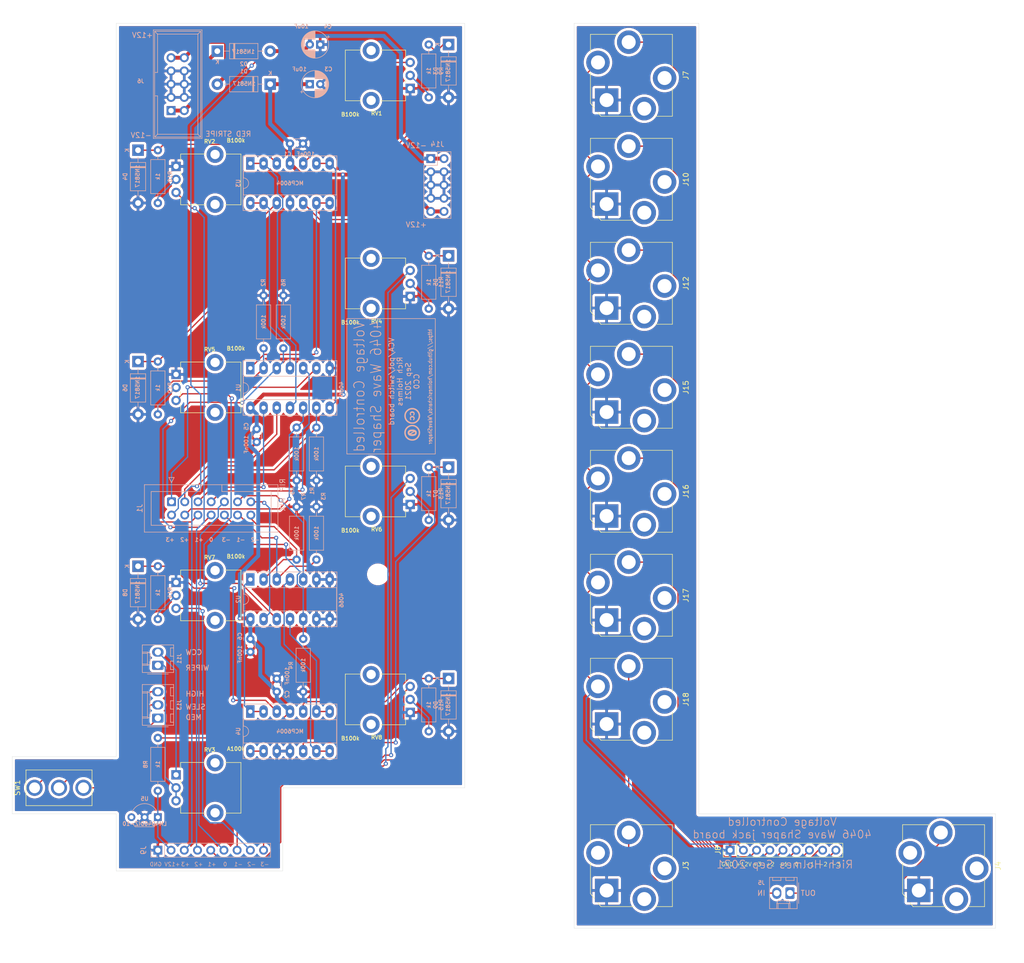
<source format=kicad_pcb>
(kicad_pcb (version 20171130) (host pcbnew 5.1.10-88a1d61d58~90~ubuntu20.04.1)
  (layers (0 F.Cu signal) (31 B.Cu signal) (34 B.Paste user) (35 F.Paste user) (36 B.SilkS user hide) (37 F.SilkS user hide) (38 B.Mask user) (39 F.Mask user) (44 Edge.Cuts user))
  (net 0 "")
  (net 1 GND)
  (net 2 +12V)
  (net 3 -12V)
  (net 4 CV_+3)
  (net 5 CV_+2)
  (net 6 CV_+1)
  (net 7 CV_0)
  (net 8 CV_-1)
  (net 9 CV_-2)
  (net 10 CV_-3)
  (net 11 +10V)
  (net 12 /RIPOUT_+3)
  (net 13 /RIPOUT_-2)
  (net 14 /RIPOUT_-1)
  (net 15 /RIPOUT_-3)
  (net 16 /RIPOUT_0)
  (net 17 /RIPOUT_+1)
  (net 18 /RIPOUT_+2)
  (net 19 MIXIN_-2)
  (net 20 MIXIN_-1)
  (net 21 MIXIN_-3)
  (net 22 MIXIN_0)
  (net 23 MIXIN_+1)
  (net 24 MIXIN_+2)
  (net 25 MIXIN_+3)
  (net 26 "/Panel and power/IN")
  (net 27 "/Panel and power/OUT")
  (net 28 "/Panel and power/CVIN_+3")
  (net 29 "/Panel and power/CVIN_+2")
  (net 30 "/Panel and power/CVIN_+1")
  (net 31 "/Panel and power/CVIN_0")
  (net 32 "/Panel and power/CVIN_-1")
  (net 33 "/Panel and power/CVIN_-2")
  (net 34 "/Panel and power/CVIN_-3")
  (net 35 "/Panel and power/SL_HIGH")
  (net 36 "/Panel and power/SLEW")
  (net 37 "/Panel and power/SL_MED")
  (net 38 "/Panel and power/LEVEL_CCW")
  (net 39 "/Panel and power/LEVEL_WIPER")
  (net 40 "Net-(J3-PadTN)")
  (net 41 "Net-(J10-PadTN)")
  (net 42 GND1)
  (net 43 "Net-(J9-Pad9)")
  (net 44 "Net-(J9-Pad8)")
  (net 45 "Net-(J9-Pad7)")
  (net 46 "Net-(J9-Pad6)")
  (net 47 "Net-(J9-Pad5)")
  (net 48 "Net-(J9-Pad4)")
  (net 49 "Net-(J9-Pad3)")
  (net 50 "Net-(J4-PadTN)")
  (net 51 P_+3)
  (net 52 P_+2)
  (net 53 P_+1)
  (net 54 P_0)
  (net 55 P_-1)
  (net 56 P_-2)
  (net 57 P_-3)
  (net 58 "Net-(U4-Pad13)")
  (net 59 "/Panel and power/+12V_IN")
  (net 60 "/Panel and power/-12V_IN")
  (net 61 "Net-(R9-Pad1)")
  (net 62 "Net-(R10-Pad1)")
  (net 63 "Net-(R11-Pad1)")
  (net 64 "Net-(R12-Pad1)")
  (net 65 "Net-(R13-Pad1)")
  (net 66 "Net-(R14-Pad1)")
  (net 67 "Net-(R15-Pad1)")
  (module ao_tht:Potentiometer_Alpha_RD901F-40-00D_Single_Vertical_CircularHoles_centered (layer F.Cu) (at 131 49)
    (fp_text reference RV2 (at -1.05 -7.3 180) (layer F.SilkS) (effects (font (size 0.75 0.75))))
    (fp_text value B100k)
    (fp_text user %V (at 4 -7.5) (layer F.SilkS) (effects (font (size 0.75 0.75))))
    (pad "" thru_hole circle (at 0 -4.8 90) (size 3.24 3.24) (drill 1.8) (layers *.Cu *.Mask))
    (pad "" thru_hole circle (at 0 4.8 90) (size 3.24 3.24) (drill 1.8) (layers *.Cu *.Mask))
    (pad 3 thru_hole circle (at -7.5 2.5 90) (size 1.8 1.8) (drill 1) (layers *.Cu *.Mask) (net 48 "Net-(J9-Pad4)"))
    (pad 2 thru_hole circle (at -7.5 0 90) (size 1.8 1.8) (drill 1) (layers *.Cu *.Mask) (net 62 "Net-(R10-Pad1)"))
    (pad 1 thru_hole rect (at -7.5 -2.5 90) (size 1.8 1.8) (drill 1) (layers *.Cu *.Mask) (net 1 GND))
  )
  (module ao_tht:R_Axial_DIN0207_L6.3mm_D2.5mm_P10.16mm_Horizontal (layer B.Cu) (at 172.07 155.14 90)
    (fp_text reference R15 (at 5.08 2.37 90) (layer B.SilkS) (effects (font (size 0.75 0.75)) (justify mirror)))
    (fp_text value 1k)
    (fp_text user %V (at 5.08 0 90) (layer B.SilkS) (effects (font (size 0.75 0.75)) (justify mirror)))
    (pad 1 thru_hole circle (at 0 0 90) (size 1.6 1.6) (drill 0.8) (layers *.Cu *.Mask) (net 67 "Net-(R15-Pad1)"))
    (pad 2 thru_hole oval (at 10.16 0 90) (size 1.6 1.6) (drill 0.8) (layers *.Cu *.Mask) (net 57 P_-3))
  )
  (module ao_tht:R_Axial_DIN0207_L6.3mm_D2.5mm_P10.16mm_Horizontal (layer B.Cu) (at 120 133.55 90)
    (fp_text reference R14 (at 5.08 2.37 90) (layer B.SilkS) (effects (font (size 0.75 0.75)) (justify mirror)))
    (fp_text value 1k)
    (fp_text user %V (at 5.08 0 90) (layer B.SilkS) (effects (font (size 0.75 0.75)) (justify mirror)))
    (pad 1 thru_hole circle (at 0 0 90) (size 1.6 1.6) (drill 0.8) (layers *.Cu *.Mask) (net 66 "Net-(R14-Pad1)"))
    (pad 2 thru_hole oval (at 10.16 0 90) (size 1.6 1.6) (drill 0.8) (layers *.Cu *.Mask) (net 56 P_-2))
  )
  (module ao_tht:R_Axial_DIN0207_L6.3mm_D2.5mm_P10.16mm_Horizontal (layer B.Cu) (at 172.07 114.5 90)
    (fp_text reference R13 (at 5.08 2.37 90) (layer B.SilkS) (effects (font (size 0.75 0.75)) (justify mirror)))
    (fp_text value 1k)
    (fp_text user %V (at 5.08 0 90) (layer B.SilkS) (effects (font (size 0.75 0.75)) (justify mirror)))
    (pad 1 thru_hole circle (at 0 0 90) (size 1.6 1.6) (drill 0.8) (layers *.Cu *.Mask) (net 65 "Net-(R13-Pad1)"))
    (pad 2 thru_hole oval (at 10.16 0 90) (size 1.6 1.6) (drill 0.8) (layers *.Cu *.Mask) (net 55 P_-1))
  )
  (module ao_tht:R_Axial_DIN0207_L6.3mm_D2.5mm_P10.16mm_Horizontal (layer B.Cu) (at 120 94.18 90)
    (fp_text reference R12 (at 5.08 2.37 90) (layer B.SilkS) (effects (font (size 0.75 0.75)) (justify mirror)))
    (fp_text value 1k)
    (fp_text user %V (at 5.08 0 90) (layer B.SilkS) (effects (font (size 0.75 0.75)) (justify mirror)))
    (pad 1 thru_hole circle (at 0 0 90) (size 1.6 1.6) (drill 0.8) (layers *.Cu *.Mask) (net 64 "Net-(R12-Pad1)"))
    (pad 2 thru_hole oval (at 10.16 0 90) (size 1.6 1.6) (drill 0.8) (layers *.Cu *.Mask) (net 54 P_0))
  )
  (module ao_tht:R_Axial_DIN0207_L6.3mm_D2.5mm_P10.16mm_Horizontal (layer B.Cu) (at 172.07 73.86 90)
    (fp_text reference R11 (at 5.08 2.37 90) (layer B.SilkS) (effects (font (size 0.75 0.75)) (justify mirror)))
    (fp_text value 1k)
    (fp_text user %V (at 5.08 0 90) (layer B.SilkS) (effects (font (size 0.75 0.75)) (justify mirror)))
    (pad 1 thru_hole circle (at 0 0 90) (size 1.6 1.6) (drill 0.8) (layers *.Cu *.Mask) (net 63 "Net-(R11-Pad1)"))
    (pad 2 thru_hole oval (at 10.16 0 90) (size 1.6 1.6) (drill 0.8) (layers *.Cu *.Mask) (net 53 P_+1))
  )
  (module ao_tht:R_Axial_DIN0207_L6.3mm_D2.5mm_P10.16mm_Horizontal (layer B.Cu) (at 120 53.54 90)
    (fp_text reference R10 (at 5.08 2.37 90) (layer B.SilkS) (effects (font (size 0.75 0.75)) (justify mirror)))
    (fp_text value 1k)
    (fp_text user %V (at 5.08 0 90) (layer B.SilkS) (effects (font (size 0.75 0.75)) (justify mirror)))
    (pad 1 thru_hole circle (at 0 0 90) (size 1.6 1.6) (drill 0.8) (layers *.Cu *.Mask) (net 62 "Net-(R10-Pad1)"))
    (pad 2 thru_hole oval (at 10.16 0 90) (size 1.6 1.6) (drill 0.8) (layers *.Cu *.Mask) (net 52 P_+2))
  )
  (module ao_tht:R_Axial_DIN0207_L6.3mm_D2.5mm_P10.16mm_Horizontal (layer B.Cu) (at 172.07 33.22 90)
    (fp_text reference R9 (at 5.08 2.37 90) (layer B.SilkS) (effects (font (size 0.75 0.75)) (justify mirror)))
    (fp_text value 1k)
    (fp_text user %V (at 5.08 0 90) (layer B.SilkS) (effects (font (size 0.75 0.75)) (justify mirror)))
    (pad 1 thru_hole circle (at 0 0 90) (size 1.6 1.6) (drill 0.8) (layers *.Cu *.Mask) (net 61 "Net-(R9-Pad1)"))
    (pad 2 thru_hole oval (at 10.16 0 90) (size 1.6 1.6) (drill 0.8) (layers *.Cu *.Mask) (net 51 P_+3))
  )
  (module ao_tht:D_DO-41_SOD81_P10.16mm_Horizontal (layer B.Cu) (at 175.88 144.98 270)
    (fp_text reference D9 (at 5.08 2.47 90) (layer B.SilkS) (effects (font (size 0.75 0.75)) (justify mirror)))
    (fp_text value 1N5817)
    (fp_text user K (at 0 2.1 90) (layer B.SilkS) (effects (font (size 0.75 0.75)) (justify mirror)))
    (fp_text user %V (at 5 0.1 90) (layer B.SilkS) (effects (font (size 0.75 0.75)) (justify mirror)))
    (pad 2 thru_hole oval (at 10.16 0 270) (size 2.2 2.2) (drill 1.1) (layers *.Cu *.Mask) (net 1 GND))
    (pad 1 thru_hole rect (at 0 0 270) (size 2.2 2.2) (drill 1.1) (layers *.Cu *.Mask) (net 57 P_-3))
  )
  (module ao_tht:D_DO-41_SOD81_P10.16mm_Horizontal (layer B.Cu) (at 116.19 123.39 270)
    (fp_text reference D8 (at 5.08 2.47 90) (layer B.SilkS) (effects (font (size 0.75 0.75)) (justify mirror)))
    (fp_text value 1N5817)
    (fp_text user K (at 0 2.1 90) (layer B.SilkS) (effects (font (size 0.75 0.75)) (justify mirror)))
    (fp_text user %V (at 5 0.1 90) (layer B.SilkS) (effects (font (size 0.75 0.75)) (justify mirror)))
    (pad 2 thru_hole oval (at 10.16 0 270) (size 2.2 2.2) (drill 1.1) (layers *.Cu *.Mask) (net 1 GND))
    (pad 1 thru_hole rect (at 0 0 270) (size 2.2 2.2) (drill 1.1) (layers *.Cu *.Mask) (net 56 P_-2))
  )
  (module ao_tht:D_DO-41_SOD81_P10.16mm_Horizontal (layer B.Cu) (at 175.88 104.34 270)
    (fp_text reference D7 (at 5.08 2.47 90) (layer B.SilkS) (effects (font (size 0.75 0.75)) (justify mirror)))
    (fp_text value 1N5817)
    (fp_text user K (at 0 2.1 90) (layer B.SilkS) (effects (font (size 0.75 0.75)) (justify mirror)))
    (fp_text user %V (at 5 0.1 90) (layer B.SilkS) (effects (font (size 0.75 0.75)) (justify mirror)))
    (pad 2 thru_hole oval (at 10.16 0 270) (size 2.2 2.2) (drill 1.1) (layers *.Cu *.Mask) (net 1 GND))
    (pad 1 thru_hole rect (at 0 0 270) (size 2.2 2.2) (drill 1.1) (layers *.Cu *.Mask) (net 55 P_-1))
  )
  (module ao_tht:D_DO-41_SOD81_P10.16mm_Horizontal (layer B.Cu) (at 116.19 84.02 270)
    (fp_text reference D6 (at 5.08 2.47 90) (layer B.SilkS) (effects (font (size 0.75 0.75)) (justify mirror)))
    (fp_text value 1N5817)
    (fp_text user K (at 0 2.1 90) (layer B.SilkS) (effects (font (size 0.75 0.75)) (justify mirror)))
    (fp_text user %V (at 5 0.1 90) (layer B.SilkS) (effects (font (size 0.75 0.75)) (justify mirror)))
    (pad 2 thru_hole oval (at 10.16 0 270) (size 2.2 2.2) (drill 1.1) (layers *.Cu *.Mask) (net 1 GND))
    (pad 1 thru_hole rect (at 0 0 270) (size 2.2 2.2) (drill 1.1) (layers *.Cu *.Mask) (net 54 P_0))
  )
  (module ao_tht:D_DO-41_SOD81_P10.16mm_Horizontal (layer B.Cu) (at 175.88 63.7 270)
    (fp_text reference D5 (at 5.08 2.47 90) (layer B.SilkS) (effects (font (size 0.75 0.75)) (justify mirror)))
    (fp_text value 1N5817)
    (fp_text user K (at 0 2.1 90) (layer B.SilkS) (effects (font (size 0.75 0.75)) (justify mirror)))
    (fp_text user %V (at 5 0.1 90) (layer B.SilkS) (effects (font (size 0.75 0.75)) (justify mirror)))
    (pad 2 thru_hole oval (at 10.16 0 270) (size 2.2 2.2) (drill 1.1) (layers *.Cu *.Mask) (net 1 GND))
    (pad 1 thru_hole rect (at 0 0 270) (size 2.2 2.2) (drill 1.1) (layers *.Cu *.Mask) (net 53 P_+1))
  )
  (module ao_tht:D_DO-41_SOD81_P10.16mm_Horizontal (layer B.Cu) (at 116.19 43.38 270)
    (fp_text reference D4 (at 5.08 2.47 90) (layer B.SilkS) (effects (font (size 0.75 0.75)) (justify mirror)))
    (fp_text value 1N5817)
    (fp_text user K (at 0 2.1 90) (layer B.SilkS) (effects (font (size 0.75 0.75)) (justify mirror)))
    (fp_text user %V (at 5 0.1 90) (layer B.SilkS) (effects (font (size 0.75 0.75)) (justify mirror)))
    (pad 2 thru_hole oval (at 10.16 0 270) (size 2.2 2.2) (drill 1.1) (layers *.Cu *.Mask) (net 1 GND))
    (pad 1 thru_hole rect (at 0 0 270) (size 2.2 2.2) (drill 1.1) (layers *.Cu *.Mask) (net 52 P_+2))
  )
  (module ao_tht:D_DO-41_SOD81_P10.16mm_Horizontal (layer B.Cu) (at 175.88 23.06 270)
    (fp_text reference D3 (at 5.08 2.47 90) (layer B.SilkS) (effects (font (size 0.75 0.75)) (justify mirror)))
    (fp_text value 1N5817)
    (fp_text user K (at 0 2.1 90) (layer B.SilkS) (effects (font (size 0.75 0.75)) (justify mirror)))
    (fp_text user %V (at 5 0.1 90) (layer B.SilkS) (effects (font (size 0.75 0.75)) (justify mirror)))
    (pad 2 thru_hole oval (at 10.16 0 270) (size 2.2 2.2) (drill 1.1) (layers *.Cu *.Mask) (net 1 GND))
    (pad 1 thru_hole rect (at 0 0 270) (size 2.2 2.2) (drill 1.1) (layers *.Cu *.Mask) (net 51 P_+3))
  )
  (module ao_tht:TO-92_Inline_Wide (layer B.Cu) (at 120 171.65 180)
    (fp_text reference U5 (at 2.54 3.56) (layer B.SilkS) (effects (font (size 0.75 0.75)) (justify mirror)))
    (fp_text value LM4040DIZ-10)
    (fp_text user %V (at 2.54 -1.27) (layer B.SilkS) (effects (font (size 0.75 0.75)) (justify mirror)))
    (pad 1 thru_hole rect (at 0 0 90) (size 1.5 1.5) (drill 0.8) (layers *.Cu *.Mask) (net 11 +10V))
    (pad 3 thru_hole circle (at 5.08 0 90) (size 1.5 1.5) (drill 0.8) (layers *.Cu *.Mask))
    (pad 2 thru_hole circle (at 2.54 0 90) (size 1.5 1.5) (drill 0.8) (layers *.Cu *.Mask) (net 1 GND))
  )
  (module ao_tht:DIP-14_W7.62mm_Socket_LongPads (layer B.Cu) (at 137.78 151.33 270)
    (fp_text reference U4 (at 3.81 2.33 90) (layer B.SilkS) (effects (font (size 0.75 0.75)) (justify mirror)))
    (fp_text value MCP6004)
    (fp_text user %V (at 3.81 -7.62 180) (layer B.SilkS) (effects (font (size 0.75 0.75)) (justify mirror)))
    (pad 14 thru_hole oval (at 7.62 0 270) (size 2.4 1.6) (drill 0.8) (layers *.Cu *.Mask) (net 58 "Net-(U4-Pad13)"))
    (pad 7 thru_hole oval (at 0 -15.24 270) (size 2.4 1.6) (drill 0.8) (layers *.Cu *.Mask) (net 10 CV_-3))
    (pad 13 thru_hole oval (at 7.62 -2.54 270) (size 2.4 1.6) (drill 0.8) (layers *.Cu *.Mask) (net 58 "Net-(U4-Pad13)"))
    (pad 6 thru_hole oval (at 0 -12.7 270) (size 2.4 1.6) (drill 0.8) (layers *.Cu *.Mask) (net 10 CV_-3))
    (pad 12 thru_hole oval (at 7.62 -5.08 270) (size 2.4 1.6) (drill 0.8) (layers *.Cu *.Mask) (net 1 GND))
    (pad 5 thru_hole oval (at 0 -10.16 270) (size 2.4 1.6) (drill 0.8) (layers *.Cu *.Mask) (net 57 P_-3))
    (pad 11 thru_hole oval (at 7.62 -7.62 270) (size 2.4 1.6) (drill 0.8) (layers *.Cu *.Mask) (net 1 GND))
    (pad 4 thru_hole oval (at 0 -7.62 270) (size 2.4 1.6) (drill 0.8) (layers *.Cu *.Mask) (net 2 +12V))
    (pad 10 thru_hole oval (at 7.62 -10.16 270) (size 2.4 1.6) (drill 0.8) (layers *.Cu *.Mask) (net 55 P_-1))
    (pad 3 thru_hole oval (at 0 -5.08 270) (size 2.4 1.6) (drill 0.8) (layers *.Cu *.Mask) (net 56 P_-2))
    (pad 9 thru_hole oval (at 7.62 -12.7 270) (size 2.4 1.6) (drill 0.8) (layers *.Cu *.Mask) (net 8 CV_-1))
    (pad 2 thru_hole oval (at 0 -2.54 270) (size 2.4 1.6) (drill 0.8) (layers *.Cu *.Mask) (net 9 CV_-2))
    (pad 8 thru_hole oval (at 7.62 -15.24 270) (size 2.4 1.6) (drill 0.8) (layers *.Cu *.Mask) (net 8 CV_-1))
    (pad 1 thru_hole rect (at 0 0 270) (size 2.4 1.6) (drill 0.8) (layers *.Cu *.Mask) (net 9 CV_-2))
  )
  (module ao_tht:DIP-14_W7.62mm_Socket_LongPads (layer B.Cu) (at 137.78 45.92 270)
    (fp_text reference U3 (at 3.81 2.33 90) (layer B.SilkS) (effects (font (size 0.75 0.75)) (justify mirror)))
    (fp_text value MCP6004)
    (fp_text user %V (at 3.81 -7.62 180) (layer B.SilkS) (effects (font (size 0.75 0.75)) (justify mirror)))
    (pad 14 thru_hole oval (at 7.62 0 270) (size 2.4 1.6) (drill 0.8) (layers *.Cu *.Mask) (net 7 CV_0))
    (pad 7 thru_hole oval (at 0 -15.24 270) (size 2.4 1.6) (drill 0.8) (layers *.Cu *.Mask) (net 4 CV_+3))
    (pad 13 thru_hole oval (at 7.62 -2.54 270) (size 2.4 1.6) (drill 0.8) (layers *.Cu *.Mask) (net 7 CV_0))
    (pad 6 thru_hole oval (at 0 -12.7 270) (size 2.4 1.6) (drill 0.8) (layers *.Cu *.Mask) (net 4 CV_+3))
    (pad 12 thru_hole oval (at 7.62 -5.08 270) (size 2.4 1.6) (drill 0.8) (layers *.Cu *.Mask) (net 54 P_0))
    (pad 5 thru_hole oval (at 0 -10.16 270) (size 2.4 1.6) (drill 0.8) (layers *.Cu *.Mask) (net 51 P_+3))
    (pad 11 thru_hole oval (at 7.62 -7.62 270) (size 2.4 1.6) (drill 0.8) (layers *.Cu *.Mask) (net 1 GND))
    (pad 4 thru_hole oval (at 0 -7.62 270) (size 2.4 1.6) (drill 0.8) (layers *.Cu *.Mask) (net 2 +12V))
    (pad 10 thru_hole oval (at 7.62 -10.16 270) (size 2.4 1.6) (drill 0.8) (layers *.Cu *.Mask) (net 53 P_+1))
    (pad 3 thru_hole oval (at 0 -5.08 270) (size 2.4 1.6) (drill 0.8) (layers *.Cu *.Mask) (net 52 P_+2))
    (pad 9 thru_hole oval (at 7.62 -12.7 270) (size 2.4 1.6) (drill 0.8) (layers *.Cu *.Mask) (net 6 CV_+1))
    (pad 2 thru_hole oval (at 0 -2.54 270) (size 2.4 1.6) (drill 0.8) (layers *.Cu *.Mask) (net 5 CV_+2))
    (pad 8 thru_hole oval (at 7.62 -15.24 270) (size 2.4 1.6) (drill 0.8) (layers *.Cu *.Mask) (net 6 CV_+1))
    (pad 1 thru_hole rect (at 0 0 270) (size 2.4 1.6) (drill 0.8) (layers *.Cu *.Mask) (net 5 CV_+2))
  )
  (module ao_tht:R_Axial_DIN0207_L6.3mm_D2.5mm_P10.16mm_Horizontal (layer B.Cu) (at 120 156.41 270)
    (fp_text reference R8 (at 5.08 2.37 90) (layer B.SilkS) (effects (font (size 0.75 0.75)) (justify mirror)))
    (fp_text value 1k)
    (fp_text user %V (at 5.08 0 90) (layer B.SilkS) (effects (font (size 0.75 0.75)) (justify mirror)))
    (pad 1 thru_hole circle (at 0 0 270) (size 1.6 1.6) (drill 0.8) (layers *.Cu *.Mask) (net 2 +12V))
    (pad 2 thru_hole oval (at 10.16 0 270) (size 1.6 1.6) (drill 0.8) (layers *.Cu *.Mask) (net 11 +10V))
  )
  (module ao_tht:C_Disc_D3.0mm_W1.6mm_P2.50mm (layer B.Cu) (at 142.86 147.52 90)
    (fp_text reference C2 (at -0.5 2 90) (layer B.SilkS) (effects (font (size 0.75 0.75)) (justify mirror)))
    (fp_text value 100nF)
    (fp_text user %V (at 3 2 90) (layer B.SilkS) (effects (font (size 0.75 0.75)) (justify mirror)))
    (pad 2 thru_hole circle (at 2.5 0 90) (size 1.6 1.6) (drill 0.8) (layers *.Cu *.Mask) (net 1 GND))
    (pad 1 thru_hole circle (at 0 0 90) (size 1.6 1.6) (drill 0.8) (layers *.Cu *.Mask) (net 2 +12V))
  )
  (module ao_tht:C_Disc_D3.0mm_W1.6mm_P2.50mm (layer B.Cu) (at 145.4 42.11)
    (fp_text reference C1 (at -0.5 2) (layer B.SilkS) (effects (font (size 0.75 0.75)) (justify mirror)))
    (fp_text value 100nF)
    (fp_text user %V (at 3 2) (layer B.SilkS) (effects (font (size 0.75 0.75)) (justify mirror)))
    (pad 2 thru_hole circle (at 2.5 0) (size 1.6 1.6) (drill 0.8) (layers *.Cu *.Mask) (net 1 GND))
    (pad 1 thru_hole circle (at 0 0) (size 1.6 1.6) (drill 0.8) (layers *.Cu *.Mask) (net 2 +12V))
  )
  (module ao_tht:Potentiometer_Alpha_RD901F-40-00D_Single_Vertical_CircularHoles_centered (layer F.Cu) (at 161 149 180)
    (fp_text reference RV8 (at -1.05 -7.3 180) (layer F.SilkS) (effects (font (size 0.75 0.75))))
    (fp_text value B100k)
    (fp_text user %V (at 4 -7.5) (layer F.SilkS) (effects (font (size 0.75 0.75))))
    (pad "" thru_hole circle (at 0 -4.8 270) (size 3.24 3.24) (drill 1.8) (layers *.Cu *.Mask))
    (pad "" thru_hole circle (at 0 4.8 270) (size 3.24 3.24) (drill 1.8) (layers *.Cu *.Mask))
    (pad 3 thru_hole circle (at -7.5 2.5 270) (size 1.8 1.8) (drill 1) (layers *.Cu *.Mask) (net 43 "Net-(J9-Pad9)"))
    (pad 2 thru_hole circle (at -7.5 0 270) (size 1.8 1.8) (drill 1) (layers *.Cu *.Mask) (net 67 "Net-(R15-Pad1)"))
    (pad 1 thru_hole rect (at -7.5 -2.5 270) (size 1.8 1.8) (drill 1) (layers *.Cu *.Mask) (net 1 GND))
  )
  (module ao_tht:Potentiometer_Alpha_RD901F-40-00D_Single_Vertical_CircularHoles_centered (layer F.Cu) (at 161 69 180)
    (fp_text reference RV4 (at -1.05 -7.3 180) (layer F.SilkS) (effects (font (size 0.75 0.75))))
    (fp_text value B100k)
    (fp_text user %V (at 4 -7.5) (layer F.SilkS) (effects (font (size 0.75 0.75))))
    (pad "" thru_hole circle (at 0 -4.8 270) (size 3.24 3.24) (drill 1.8) (layers *.Cu *.Mask))
    (pad "" thru_hole circle (at 0 4.8 270) (size 3.24 3.24) (drill 1.8) (layers *.Cu *.Mask))
    (pad 3 thru_hole circle (at -7.5 2.5 270) (size 1.8 1.8) (drill 1) (layers *.Cu *.Mask) (net 47 "Net-(J9-Pad5)"))
    (pad 2 thru_hole circle (at -7.5 0 270) (size 1.8 1.8) (drill 1) (layers *.Cu *.Mask) (net 63 "Net-(R11-Pad1)"))
    (pad 1 thru_hole rect (at -7.5 -2.5 270) (size 1.8 1.8) (drill 1) (layers *.Cu *.Mask) (net 1 GND))
  )
  (module ao_tht:Potentiometer_Alpha_RD901F-40-00D_Single_Vertical_CircularHoles_centered (layer F.Cu) (at 161 109 180)
    (fp_text reference RV6 (at -1.05 -7.3 180) (layer F.SilkS) (effects (font (size 0.75 0.75))))
    (fp_text value B100k)
    (fp_text user %V (at 4 -7.5) (layer F.SilkS) (effects (font (size 0.75 0.75))))
    (pad "" thru_hole circle (at 0 -4.8 270) (size 3.24 3.24) (drill 1.8) (layers *.Cu *.Mask))
    (pad "" thru_hole circle (at 0 4.8 270) (size 3.24 3.24) (drill 1.8) (layers *.Cu *.Mask))
    (pad 3 thru_hole circle (at -7.5 2.5 270) (size 1.8 1.8) (drill 1) (layers *.Cu *.Mask) (net 45 "Net-(J9-Pad7)"))
    (pad 2 thru_hole circle (at -7.5 0 270) (size 1.8 1.8) (drill 1) (layers *.Cu *.Mask) (net 65 "Net-(R13-Pad1)"))
    (pad 1 thru_hole rect (at -7.5 -2.5 270) (size 1.8 1.8) (drill 1) (layers *.Cu *.Mask) (net 1 GND))
  )
  (module ao_tht:Potentiometer_Alpha_RD901F-40-00D_Single_Vertical_CircularHoles_centered (layer F.Cu) (at 131 129)
    (fp_text reference RV7 (at -1.05 -7.3 180) (layer F.SilkS) (effects (font (size 0.75 0.75))))
    (fp_text value B100k)
    (fp_text user %V (at 4 -7.5) (layer F.SilkS) (effects (font (size 0.75 0.75))))
    (pad "" thru_hole circle (at 0 -4.8 90) (size 3.24 3.24) (drill 1.8) (layers *.Cu *.Mask))
    (pad "" thru_hole circle (at 0 4.8 90) (size 3.24 3.24) (drill 1.8) (layers *.Cu *.Mask))
    (pad 3 thru_hole circle (at -7.5 2.5 90) (size 1.8 1.8) (drill 1) (layers *.Cu *.Mask) (net 44 "Net-(J9-Pad8)"))
    (pad 2 thru_hole circle (at -7.5 0 90) (size 1.8 1.8) (drill 1) (layers *.Cu *.Mask) (net 66 "Net-(R14-Pad1)"))
    (pad 1 thru_hole rect (at -7.5 -2.5 90) (size 1.8 1.8) (drill 1) (layers *.Cu *.Mask) (net 1 GND))
  )
  (module ao_tht:Potentiometer_Alpha_RD901F-40-00D_Single_Vertical_CircularHoles_centered (layer F.Cu) (at 131 166)
    (fp_text reference RV3 (at -1.05 -7.3 180) (layer F.SilkS) (effects (font (size 0.75 0.75))))
    (fp_text value A100k)
    (fp_text user %V (at 4 -7.5) (layer F.SilkS) (effects (font (size 0.75 0.75))))
    (pad "" thru_hole circle (at 0 -4.8 90) (size 3.24 3.24) (drill 1.8) (layers *.Cu *.Mask))
    (pad "" thru_hole circle (at 0 4.8 90) (size 3.24 3.24) (drill 1.8) (layers *.Cu *.Mask))
    (pad 3 thru_hole circle (at -7.5 2.5 90) (size 1.8 1.8) (drill 1) (layers *.Cu *.Mask) (net 39 "/Panel and power/LEVEL_WIPER"))
    (pad 2 thru_hole circle (at -7.5 0 90) (size 1.8 1.8) (drill 1) (layers *.Cu *.Mask) (net 39 "/Panel and power/LEVEL_WIPER"))
    (pad 1 thru_hole rect (at -7.5 -2.5 90) (size 1.8 1.8) (drill 1) (layers *.Cu *.Mask) (net 38 "/Panel and power/LEVEL_CCW"))
  )
  (module ao_tht:Potentiometer_Alpha_RD901F-40-00D_Single_Vertical_CircularHoles_centered (layer F.Cu) (at 131 89)
    (fp_text reference RV5 (at -1.05 -7.3 180) (layer F.SilkS) (effects (font (size 0.75 0.75))))
    (fp_text value B100k)
    (fp_text user %V (at 4 -7.5) (layer F.SilkS) (effects (font (size 0.75 0.75))))
    (pad "" thru_hole circle (at 0 -4.8 90) (size 3.24 3.24) (drill 1.8) (layers *.Cu *.Mask))
    (pad "" thru_hole circle (at 0 4.8 90) (size 3.24 3.24) (drill 1.8) (layers *.Cu *.Mask))
    (pad 3 thru_hole circle (at -7.5 2.5 90) (size 1.8 1.8) (drill 1) (layers *.Cu *.Mask) (net 46 "Net-(J9-Pad6)"))
    (pad 2 thru_hole circle (at -7.5 0 90) (size 1.8 1.8) (drill 1) (layers *.Cu *.Mask) (net 64 "Net-(R12-Pad1)"))
    (pad 1 thru_hole rect (at -7.5 -2.5 90) (size 1.8 1.8) (drill 1) (layers *.Cu *.Mask) (net 1 GND))
  )
  (module ao_tht:Potentiometer_Alpha_RD901F-40-00D_Single_Vertical_CircularHoles_centered (layer F.Cu) (at 161 29 180)
    (fp_text reference RV1 (at -1.05 -7.3 180) (layer F.SilkS) (effects (font (size 0.75 0.75))))
    (fp_text value B100k)
    (fp_text user %V (at 4 -7.5) (layer F.SilkS) (effects (font (size 0.75 0.75))))
    (pad "" thru_hole circle (at 0 -4.8 270) (size 3.24 3.24) (drill 1.8) (layers *.Cu *.Mask))
    (pad "" thru_hole circle (at 0 4.8 270) (size 3.24 3.24) (drill 1.8) (layers *.Cu *.Mask))
    (pad 3 thru_hole circle (at -7.5 2.5 270) (size 1.8 1.8) (drill 1) (layers *.Cu *.Mask) (net 49 "Net-(J9-Pad3)"))
    (pad 2 thru_hole circle (at -7.5 0 270) (size 1.8 1.8) (drill 1) (layers *.Cu *.Mask) (net 61 "Net-(R9-Pad1)"))
    (pad 1 thru_hole rect (at -7.5 -2.5 270) (size 1.8 1.8) (drill 1) (layers *.Cu *.Mask) (net 1 GND))
  )
  (module ao_tht:D_DO-41_SOD81_P10.16mm_Horizontal (layer B.Cu) (at 131.43 24.33)
    (fp_text reference D2 (at 5.08 2.47) (layer B.SilkS) (effects (font (size 0.75 0.75)) (justify mirror)))
    (fp_text value 1N5817)
    (fp_text user K (at 0 2.1) (layer B.SilkS) (effects (font (size 0.75 0.75)) (justify mirror)))
    (fp_text user %V (at 5 0.1) (layer B.SilkS) (effects (font (size 0.75 0.75)) (justify mirror)))
    (pad 2 thru_hole oval (at 10.16 0) (size 2.2 2.2) (drill 1.1) (layers *.Cu *.Mask) (net 3 -12V))
    (pad 1 thru_hole rect (at 0 0) (size 2.2 2.2) (drill 1.1) (layers *.Cu *.Mask) (net 60 "/Panel and power/-12V_IN"))
  )
  (module ao_tht:D_DO-41_SOD81_P10.16mm_Horizontal (layer B.Cu) (at 141.59 30.68 180)
    (fp_text reference D1 (at 5.08 2.47) (layer B.SilkS) (effects (font (size 0.75 0.75)) (justify mirror)))
    (fp_text value 1N5817)
    (fp_text user K (at 0 2.1) (layer B.SilkS) (effects (font (size 0.75 0.75)) (justify mirror)))
    (fp_text user %V (at 5 0.1) (layer B.SilkS) (effects (font (size 0.75 0.75)) (justify mirror)))
    (pad 2 thru_hole oval (at 10.16 0 180) (size 2.2 2.2) (drill 1.1) (layers *.Cu *.Mask) (net 59 "/Panel and power/+12V_IN"))
    (pad 1 thru_hole rect (at 0 0 180) (size 2.2 2.2) (drill 1.1) (layers *.Cu *.Mask) (net 2 +12V))
  )
  (module ao_tht:R_Axial_DIN0207_L6.3mm_D2.5mm_P10.16mm_Horizontal (layer B.Cu) (at 150.48 96.72 270)
    (fp_text reference R1 (at 12.192 0.846 90) (layer B.SilkS) (effects (font (size 0.75 0.75)) (justify mirror)))
    (fp_text value 100k)
    (fp_text user %V (at 5.08 0 90) (layer B.SilkS) (effects (font (size 0.75 0.75)) (justify mirror)))
    (pad 1 thru_hole circle (at 0 0 270) (size 1.6 1.6) (drill 0.8) (layers *.Cu *.Mask) (net 25 MIXIN_+3))
    (pad 2 thru_hole oval (at 10.16 0 270) (size 1.6 1.6) (drill 0.8) (layers *.Cu *.Mask) (net 1 GND))
  )
  (module ao_tht:R_Axial_DIN0207_L6.3mm_D2.5mm_P10.16mm_Horizontal (layer B.Cu) (at 140.32 81.48 90)
    (fp_text reference R2 (at 12.632 -0.044 90) (layer B.SilkS) (effects (font (size 0.75 0.75)) (justify mirror)))
    (fp_text value 100k)
    (fp_text user %V (at 5.08 0 90) (layer B.SilkS) (effects (font (size 0.75 0.75)) (justify mirror)))
    (pad 1 thru_hole circle (at 0 0 90) (size 1.6 1.6) (drill 0.8) (layers *.Cu *.Mask) (net 23 MIXIN_+1))
    (pad 2 thru_hole oval (at 10.16 0 90) (size 1.6 1.6) (drill 0.8) (layers *.Cu *.Mask) (net 1 GND))
  )
  (module ao_tht:R_Axial_DIN0207_L6.3mm_D2.5mm_P10.16mm_Horizontal (layer B.Cu) (at 146.67 96.72 270)
    (fp_text reference R5 (at 12.192 0.846 90) (layer B.SilkS) (effects (font (size 0.75 0.75)) (justify mirror)))
    (fp_text value 100k)
    (fp_text user %V (at 5.08 0 90) (layer B.SilkS) (effects (font (size 0.75 0.75)) (justify mirror)))
    (pad 1 thru_hole circle (at 0 0 270) (size 1.6 1.6) (drill 0.8) (layers *.Cu *.Mask) (net 24 MIXIN_+2))
    (pad 2 thru_hole oval (at 10.16 0 270) (size 1.6 1.6) (drill 0.8) (layers *.Cu *.Mask) (net 1 GND))
  )
  (module ao_tht:R_Axial_DIN0207_L6.3mm_D2.5mm_P10.16mm_Horizontal (layer B.Cu) (at 147.94 137.36 270)
    (fp_text reference R4 (at 5.08 2.37 90) (layer B.SilkS) (effects (font (size 0.75 0.75)) (justify mirror)))
    (fp_text value 100k)
    (fp_text user %V (at 5.08 0 90) (layer B.SilkS) (effects (font (size 0.75 0.75)) (justify mirror)))
    (pad 1 thru_hole circle (at 0 0 270) (size 1.6 1.6) (drill 0.8) (layers *.Cu *.Mask) (net 21 MIXIN_-3))
    (pad 2 thru_hole oval (at 10.16 0 270) (size 1.6 1.6) (drill 0.8) (layers *.Cu *.Mask) (net 1 GND))
  )
  (module ao_tht:R_Axial_DIN0207_L6.3mm_D2.5mm_P10.16mm_Horizontal (layer B.Cu) (at 150.48 122.12 90)
    (fp_text reference R3 (at 12.192 1.354 90) (layer B.SilkS) (effects (font (size 0.75 0.75)) (justify mirror)))
    (fp_text value 100k)
    (fp_text user %V (at 5.08 0 90) (layer B.SilkS) (effects (font (size 0.75 0.75)) (justify mirror)))
    (pad 1 thru_hole circle (at 0 0 90) (size 1.6 1.6) (drill 0.8) (layers *.Cu *.Mask) (net 20 MIXIN_-1))
    (pad 2 thru_hole oval (at 10.16 0 90) (size 1.6 1.6) (drill 0.8) (layers *.Cu *.Mask) (net 1 GND))
  )
  (module ao_tht:R_Axial_DIN0207_L6.3mm_D2.5mm_P10.16mm_Horizontal (layer B.Cu) (at 144.13 81.48 90)
    (fp_text reference R6 (at 12.632 0.012 90) (layer B.SilkS) (effects (font (size 0.75 0.75)) (justify mirror)))
    (fp_text value 100k)
    (fp_text user %V (at 5.08 0 90) (layer B.SilkS) (effects (font (size 0.75 0.75)) (justify mirror)))
    (pad 1 thru_hole circle (at 0 0 90) (size 1.6 1.6) (drill 0.8) (layers *.Cu *.Mask) (net 22 MIXIN_0))
    (pad 2 thru_hole oval (at 10.16 0 90) (size 1.6 1.6) (drill 0.8) (layers *.Cu *.Mask) (net 1 GND))
  )
  (module ao_tht:R_Axial_DIN0207_L6.3mm_D2.5mm_P10.16mm_Horizontal (layer B.Cu) (at 146.67 122.12 90)
    (fp_text reference R7 (at 12.192 1.354 90) (layer B.SilkS) (effects (font (size 0.75 0.75)) (justify mirror)))
    (fp_text value 100k)
    (fp_text user %V (at 5.08 0 90) (layer B.SilkS) (effects (font (size 0.75 0.75)) (justify mirror)))
    (pad 1 thru_hole circle (at 0 0 90) (size 1.6 1.6) (drill 0.8) (layers *.Cu *.Mask) (net 19 MIXIN_-2))
    (pad 2 thru_hole oval (at 10.16 0 90) (size 1.6 1.6) (drill 0.8) (layers *.Cu *.Mask) (net 1 GND))
  )
  (module ao_tht:MountingHole_3.2mm_M3 (layer F.Cu) (at 162.3 124.952)
    (fp_text reference H1 hide)
    (fp_text value MountingHole)
    (pad 1 np_thru_hole circle (at 0 0) (size 3.2 3.2) (drill 3.2) (layers *.Cu *.Mask))
  )
  (module ao_tht:Jack_6.35mm_PJ_629HAN (layer F.Cu) (at 211 109 270)
    (fp_text reference J16 (at 0 -10.5 90) (layer F.SilkS))
    (fp_text value AudioJack2_SwitchT)
    (pad RN thru_hole circle (at 6.4 -2.5 270) (size 4.500001 4.500001) (drill 2.7) (layers *.Cu *.Mask))
    (pad TN thru_hole circle (at -2.5 6.4 270) (size 4.5 4.5) (drill 2.7) (layers *.Cu *.Mask) (net 41 "Net-(J10-PadTN)"))
    (pad R thru_hole circle (at 0.5 -6.4 270) (size 4.500001 4.500001) (drill 2.7) (layers *.Cu *.Mask))
    (pad S thru_hole rect (at 4.74 4.74 270) (size 4.500001 4.500001) (drill 2.7) (layers *.Cu *.Mask) (net 42 GND1))
    (pad T thru_hole circle (at -6.4 0.5 270) (size 4.5 4.5) (drill 2.7) (layers *.Cu *.Mask) (net 32 "/Panel and power/CVIN_-1"))
  )
  (module ao_tht:Jack_6.35mm_PJ_629HAN (layer F.Cu) (at 211 69 270)
    (fp_text reference J12 (at 0 -10.5 90) (layer F.SilkS))
    (fp_text value AudioJack2_SwitchT)
    (pad RN thru_hole circle (at 6.4 -2.5 270) (size 4.500001 4.500001) (drill 2.7) (layers *.Cu *.Mask))
    (pad TN thru_hole circle (at -2.5 6.4 270) (size 4.5 4.5) (drill 2.7) (layers *.Cu *.Mask) (net 41 "Net-(J10-PadTN)"))
    (pad R thru_hole circle (at 0.5 -6.4 270) (size 4.500001 4.500001) (drill 2.7) (layers *.Cu *.Mask))
    (pad S thru_hole rect (at 4.74 4.74 270) (size 4.500001 4.500001) (drill 2.7) (layers *.Cu *.Mask) (net 42 GND1))
    (pad T thru_hole circle (at -6.4 0.5 270) (size 4.5 4.5) (drill 2.7) (layers *.Cu *.Mask) (net 30 "/Panel and power/CVIN_+1"))
  )
  (module ao_tht:Jack_6.35mm_PJ_629HAN (layer F.Cu) (at 211 49 270)
    (fp_text reference J10 (at 0 -10.5 90) (layer F.SilkS))
    (fp_text value AudioJack2_SwitchT)
    (pad RN thru_hole circle (at 6.4 -2.5 270) (size 4.500001 4.500001) (drill 2.7) (layers *.Cu *.Mask))
    (pad TN thru_hole circle (at -2.5 6.4 270) (size 4.5 4.5) (drill 2.7) (layers *.Cu *.Mask) (net 41 "Net-(J10-PadTN)"))
    (pad R thru_hole circle (at 0.5 -6.4 270) (size 4.500001 4.500001) (drill 2.7) (layers *.Cu *.Mask))
    (pad S thru_hole rect (at 4.74 4.74 270) (size 4.500001 4.500001) (drill 2.7) (layers *.Cu *.Mask) (net 42 GND1))
    (pad T thru_hole circle (at -6.4 0.5 270) (size 4.5 4.5) (drill 2.7) (layers *.Cu *.Mask) (net 29 "/Panel and power/CVIN_+2"))
  )
  (module ao_tht:Jack_6.35mm_PJ_629HAN (layer F.Cu) (at 211 29 270)
    (fp_text reference J7 (at 0 -10.5 90) (layer F.SilkS))
    (fp_text value AudioJack2_SwitchT)
    (pad RN thru_hole circle (at 6.4 -2.5 270) (size 4.500001 4.500001) (drill 2.7) (layers *.Cu *.Mask))
    (pad TN thru_hole circle (at -2.5 6.4 270) (size 4.5 4.5) (drill 2.7) (layers *.Cu *.Mask) (net 41 "Net-(J10-PadTN)"))
    (pad R thru_hole circle (at 0.5 -6.4 270) (size 4.500001 4.500001) (drill 2.7) (layers *.Cu *.Mask))
    (pad S thru_hole rect (at 4.74 4.74 270) (size 4.500001 4.500001) (drill 2.7) (layers *.Cu *.Mask) (net 42 GND1))
    (pad T thru_hole circle (at -6.4 0.5 270) (size 4.5 4.5) (drill 2.7) (layers *.Cu *.Mask) (net 28 "/Panel and power/CVIN_+3"))
  )
  (module ao_tht:Jack_6.35mm_PJ_629HAN (layer F.Cu) (at 271 181 270)
    (fp_text reference J4 (at 0 -10.5 90) (layer F.SilkS))
    (fp_text value AudioJack2_SwitchT)
    (pad RN thru_hole circle (at 6.4 -2.5 270) (size 4.500001 4.500001) (drill 2.7) (layers *.Cu *.Mask))
    (pad TN thru_hole circle (at -2.5 6.4 270) (size 4.5 4.5) (drill 2.7) (layers *.Cu *.Mask) (net 50 "Net-(J4-PadTN)"))
    (pad R thru_hole circle (at 0.5 -6.4 270) (size 4.500001 4.500001) (drill 2.7) (layers *.Cu *.Mask))
    (pad S thru_hole rect (at 4.74 4.74 270) (size 4.500001 4.500001) (drill 2.7) (layers *.Cu *.Mask) (net 42 GND1))
    (pad T thru_hole circle (at -6.4 0.5 270) (size 4.5 4.5) (drill 2.7) (layers *.Cu *.Mask) (net 27 "/Panel and power/OUT"))
  )
  (module ao_tht:Jack_6.35mm_PJ_629HAN (layer F.Cu) (at 211 181 270)
    (fp_text reference J3 (at 0 -10.5 90) (layer F.SilkS))
    (fp_text value AudioJack2_SwitchT)
    (pad RN thru_hole circle (at 6.4 -2.5 270) (size 4.500001 4.500001) (drill 2.7) (layers *.Cu *.Mask))
    (pad TN thru_hole circle (at -2.5 6.4 270) (size 4.5 4.5) (drill 2.7) (layers *.Cu *.Mask) (net 40 "Net-(J3-PadTN)"))
    (pad R thru_hole circle (at 0.5 -6.4 270) (size 4.500001 4.500001) (drill 2.7) (layers *.Cu *.Mask))
    (pad S thru_hole rect (at 4.74 4.74 270) (size 4.500001 4.500001) (drill 2.7) (layers *.Cu *.Mask) (net 42 GND1))
    (pad T thru_hole circle (at -6.4 0.5 270) (size 4.5 4.5) (drill 2.7) (layers *.Cu *.Mask) (net 26 "/Panel and power/IN"))
  )
  (module ao_tht:Jack_6.35mm_PJ_629HAN (layer F.Cu) (at 211 129 270)
    (fp_text reference J17 (at 0 -10.5 90) (layer F.SilkS))
    (fp_text value AudioJack2_SwitchT)
    (pad RN thru_hole circle (at 6.4 -2.5 270) (size 4.500001 4.500001) (drill 2.7) (layers *.Cu *.Mask))
    (pad TN thru_hole circle (at -2.5 6.4 270) (size 4.5 4.5) (drill 2.7) (layers *.Cu *.Mask) (net 41 "Net-(J10-PadTN)"))
    (pad R thru_hole circle (at 0.5 -6.4 270) (size 4.500001 4.500001) (drill 2.7) (layers *.Cu *.Mask))
    (pad S thru_hole rect (at 4.74 4.74 270) (size 4.500001 4.500001) (drill 2.7) (layers *.Cu *.Mask) (net 42 GND1))
    (pad T thru_hole circle (at -6.4 0.5 270) (size 4.5 4.5) (drill 2.7) (layers *.Cu *.Mask) (net 33 "/Panel and power/CVIN_-2"))
  )
  (module ao_tht:Jack_6.35mm_PJ_629HAN (layer F.Cu) (at 211 149 270)
    (fp_text reference J18 (at 0 -10.5 90) (layer F.SilkS))
    (fp_text value AudioJack2_SwitchT)
    (pad RN thru_hole circle (at 6.4 -2.5 270) (size 4.500001 4.500001) (drill 2.7) (layers *.Cu *.Mask))
    (pad TN thru_hole circle (at -2.5 6.4 270) (size 4.5 4.5) (drill 2.7) (layers *.Cu *.Mask) (net 41 "Net-(J10-PadTN)"))
    (pad R thru_hole circle (at 0.5 -6.4 270) (size 4.500001 4.500001) (drill 2.7) (layers *.Cu *.Mask))
    (pad S thru_hole rect (at 4.74 4.74 270) (size 4.500001 4.500001) (drill 2.7) (layers *.Cu *.Mask) (net 42 GND1))
    (pad T thru_hole circle (at -6.4 0.5 270) (size 4.5 4.5) (drill 2.7) (layers *.Cu *.Mask) (net 34 "/Panel and power/CVIN_-3"))
  )
  (module ao_tht:Jack_6.35mm_PJ_629HAN (layer F.Cu) (at 211 89 270)
    (fp_text reference J15 (at 0 -10.5 90) (layer F.SilkS))
    (fp_text value AudioJack2_SwitchT)
    (pad RN thru_hole circle (at 6.4 -2.5 270) (size 4.500001 4.500001) (drill 2.7) (layers *.Cu *.Mask))
    (pad TN thru_hole circle (at -2.5 6.4 270) (size 4.5 4.5) (drill 2.7) (layers *.Cu *.Mask) (net 41 "Net-(J10-PadTN)"))
    (pad R thru_hole circle (at 0.5 -6.4 270) (size 4.500001 4.500001) (drill 2.7) (layers *.Cu *.Mask))
    (pad S thru_hole rect (at 4.74 4.74 270) (size 4.500001 4.500001) (drill 2.7) (layers *.Cu *.Mask) (net 42 GND1))
    (pad T thru_hole circle (at -6.4 0.5 270) (size 4.5 4.5) (drill 2.7) (layers *.Cu *.Mask) (net 31 "/Panel and power/CVIN_0"))
  )
  (module ao_tht:SPDT-toggle-switch-1M-series (layer F.Cu) (at 101 166 90)
    (fp_text reference SW1 (at 0 -8 90) (layer F.SilkS))
    (fp_text value SW_SPDT)
    (pad 1 thru_hole circle (at 0 4.7 90) (size 3.1 3.1) (drill 2.1) (layers *.Cu *.Mask) (net 37 "/Panel and power/SL_MED"))
    (pad 3 thru_hole circle (at 0 -4.7 90) (size 3.1 3.1) (drill 2.1) (layers *.Cu *.Mask) (net 35 "/Panel and power/SL_HIGH"))
    (pad 2 thru_hole circle (at 0 0 90) (size 3.1 3.1) (drill 2.1) (layers *.Cu *.Mask) (net 36 "/Panel and power/SLEW"))
  )
  (module ao_tht:Molex_KK-254_AE-6410-02A_1x02_P2.54mm_Vertical (layer B.Cu) (at 120 142.44 90)
    (fp_text reference J11 (at 1.27 4.12 90) (layer B.SilkS) (effects (font (size 0.75 0.75)) (justify mirror)))
    (fp_text value 2_pin_Molex_header)
    (pad 2 thru_hole oval (at 2.54 0 90) (size 1.74 2.2) (drill 1.2) (layers *.Cu *.Mask) (net 38 "/Panel and power/LEVEL_CCW"))
    (pad 1 thru_hole roundrect (at 0 0 90) (size 1.74 2.2) (drill 1.2) (layers *.Cu *.Mask) (roundrect_rratio 0.1436775862068966) (net 39 "/Panel and power/LEVEL_WIPER"))
  )
  (module ao_tht:Molex_KK-254_AE-6410-03A_1x03_P2.54mm_Vertical (layer B.Cu) (at 120 152.6 90)
    (fp_text reference J13 (at 2.54 4.12 90) (layer B.SilkS) (effects (font (size 0.75 0.75)) (justify mirror)))
    (fp_text value 3_pin_Molex_header)
    (pad 3 thru_hole oval (at 5.08 0 90) (size 1.74 2.2) (drill 1.2) (layers *.Cu *.Mask) (net 35 "/Panel and power/SL_HIGH"))
    (pad 2 thru_hole oval (at 2.54 0 90) (size 1.74 2.2) (drill 1.2) (layers *.Cu *.Mask) (net 36 "/Panel and power/SLEW"))
    (pad 1 thru_hole roundrect (at 0 0 90) (size 1.74 2.2) (drill 1.2) (layers *.Cu *.Mask) (roundrect_rratio 0.1436775862068966) (net 37 "/Panel and power/SL_MED"))
  )
  (module Connector_PinSocket_2.54mm:PinSocket_1x09_P2.54mm_Vertical (layer B.Cu) (at 120 178 270)
    (fp_text reference J9 (at 0 2.77 90) (layer B.SilkS) (effects (justify mirror)))
    (fp_text value Conn_01x9)
    (pad 9 thru_hole oval (at 0 -20.32 270) (size 1.7 1.7) (drill 1) (layers *.Cu *.Mask) (net 43 "Net-(J9-Pad9)"))
    (pad 8 thru_hole oval (at 0 -17.78 270) (size 1.7 1.7) (drill 1) (layers *.Cu *.Mask) (net 44 "Net-(J9-Pad8)"))
    (pad 7 thru_hole oval (at 0 -15.24 270) (size 1.7 1.7) (drill 1) (layers *.Cu *.Mask) (net 45 "Net-(J9-Pad7)"))
    (pad 6 thru_hole oval (at 0 -12.7 270) (size 1.7 1.7) (drill 1) (layers *.Cu *.Mask) (net 46 "Net-(J9-Pad6)"))
    (pad 5 thru_hole oval (at 0 -10.16 270) (size 1.7 1.7) (drill 1) (layers *.Cu *.Mask) (net 47 "Net-(J9-Pad5)"))
    (pad 4 thru_hole oval (at 0 -7.62 270) (size 1.7 1.7) (drill 1) (layers *.Cu *.Mask) (net 48 "Net-(J9-Pad4)"))
    (pad 3 thru_hole oval (at 0 -5.08 270) (size 1.7 1.7) (drill 1) (layers *.Cu *.Mask) (net 49 "Net-(J9-Pad3)"))
    (pad 2 thru_hole oval (at 0 -2.54 270) (size 1.7 1.7) (drill 1) (layers *.Cu *.Mask) (net 11 +10V))
    (pad 1 thru_hole rect (at 0 0 270) (size 1.7 1.7) (drill 1) (layers *.Cu *.Mask) (net 1 GND))
  )
  (module ao_tht:Power_Header (layer B.Cu) (at 122.54 35.76)
    (fp_text reference J6 (at -5.85 -5.67) (layer B.SilkS) (effects (font (size 0.75 0.75)) (justify mirror)))
    (fp_text value EURO_PWR_2x5)
    (fp_text user "RED STRIPE" (at 11 4.5) (layer B.SilkS) (effects (justify mirror)))
    (fp_text user -12V (at -5.75 4.75) (layer B.SilkS) (effects (justify mirror)))
    (fp_text user +12V (at -5.5 -14.5) (layer B.SilkS) (effects (justify mirror)))
    (pad 10 thru_hole oval (at 2.54 -10.16) (size 1.7272 1.7272) (drill 1.016) (layers *.Cu *.Mask) (net 59 "/Panel and power/+12V_IN"))
    (pad 9 thru_hole oval (at 0 -10.16) (size 1.7272 1.7272) (drill 1.016) (layers *.Cu *.Mask) (net 59 "/Panel and power/+12V_IN"))
    (pad 8 thru_hole oval (at 2.54 -7.62) (size 1.7272 1.7272) (drill 1.016) (layers *.Cu *.Mask) (net 1 GND))
    (pad 7 thru_hole oval (at 0 -7.62) (size 1.7272 1.7272) (drill 1.016) (layers *.Cu *.Mask) (net 1 GND))
    (pad 6 thru_hole oval (at 2.54 -5.08) (size 1.7272 1.7272) (drill 1.016) (layers *.Cu *.Mask) (net 1 GND))
    (pad 5 thru_hole oval (at 0 -5.08) (size 1.7272 1.7272) (drill 1.016) (layers *.Cu *.Mask) (net 1 GND))
    (pad 4 thru_hole oval (at 2.54 -2.54) (size 1.7272 1.7272) (drill 1.016) (layers *.Cu *.Mask) (net 1 GND))
    (pad 3 thru_hole oval (at 0 -2.54) (size 1.7272 1.7272) (drill 1.016) (layers *.Cu *.Mask) (net 1 GND))
    (pad 2 thru_hole oval (at 2.54 0) (size 1.7272 1.7272) (drill 1.016) (layers *.Cu *.Mask) (net 60 "/Panel and power/-12V_IN"))
    (pad 1 thru_hole rect (at 0 0) (size 1.7272 1.7272) (drill 1.016) (layers *.Cu *.Mask) (net 60 "/Panel and power/-12V_IN"))
  )
  (module ao_tht:DIP-14_W7.62mm_Socket_LongPads (layer B.Cu) (at 137.78 125.93 270)
    (fp_text reference U2 (at 3.81 2.33 90) (layer B.SilkS) (effects (font (size 0.75 0.75)) (justify mirror)))
    (fp_text value 4066)
    (fp_text user %V (at 4 -17.5 90) (layer B.SilkS) (effects (font (size 0.75 0.75)) (justify mirror)))
    (pad 14 thru_hole oval (at 7.62 0 270) (size 2.4 1.6) (drill 0.8) (layers *.Cu *.Mask) (net 2 +12V))
    (pad 7 thru_hole oval (at 0 -15.24 270) (size 2.4 1.6) (drill 0.8) (layers *.Cu *.Mask) (net 1 GND))
    (pad 13 thru_hole oval (at 7.62 -2.54 270) (size 2.4 1.6) (drill 0.8) (layers *.Cu *.Mask) (net 13 /RIPOUT_-2))
    (pad 6 thru_hole oval (at 0 -12.7 270) (size 2.4 1.6) (drill 0.8) (layers *.Cu *.Mask) (net 1 GND))
    (pad 12 thru_hole oval (at 7.62 -5.08 270) (size 2.4 1.6) (drill 0.8) (layers *.Cu *.Mask) (net 15 /RIPOUT_-3))
    (pad 5 thru_hole oval (at 0 -10.16 270) (size 2.4 1.6) (drill 0.8) (layers *.Cu *.Mask) (net 14 /RIPOUT_-1))
    (pad 11 thru_hole oval (at 7.62 -7.62 270) (size 2.4 1.6) (drill 0.8) (layers *.Cu *.Mask) (net 10 CV_-3))
    (pad 4 thru_hole oval (at 0 -7.62 270) (size 2.4 1.6) (drill 0.8) (layers *.Cu *.Mask) (net 8 CV_-1))
    (pad 10 thru_hole oval (at 7.62 -10.16 270) (size 2.4 1.6) (drill 0.8) (layers *.Cu *.Mask) (net 21 MIXIN_-3))
    (pad 3 thru_hole oval (at 0 -5.08 270) (size 2.4 1.6) (drill 0.8) (layers *.Cu *.Mask) (net 20 MIXIN_-1))
    (pad 9 thru_hole oval (at 7.62 -12.7 270) (size 2.4 1.6) (drill 0.8) (layers *.Cu *.Mask) (net 1 GND))
    (pad 2 thru_hole oval (at 0 -2.54 270) (size 2.4 1.6) (drill 0.8) (layers *.Cu *.Mask) (net 19 MIXIN_-2))
    (pad 8 thru_hole oval (at 7.62 -15.24 270) (size 2.4 1.6) (drill 0.8) (layers *.Cu *.Mask) (net 1 GND))
    (pad 1 thru_hole rect (at 0 0 270) (size 2.4 1.6) (drill 0.8) (layers *.Cu *.Mask) (net 9 CV_-2))
  )
  (module ao_tht:CP_Radial_D5.0mm_P2.00mm (layer B.Cu) (at 151.21 23.06 180)
    (fp_text reference C4 (at -1.456 3.444) (layer B.SilkS) (effects (font (size 0.75 0.75)) (justify mirror)))
    (fp_text value 10uF)
    (fp_text user %V (at 3.624 3.5) (layer B.SilkS) (effects (font (size 0.75 0.75)) (justify mirror)))
    (pad 2 thru_hole circle (at 2 0 180) (size 1.6 1.6) (drill 0.8) (layers *.Cu *.Mask) (net 3 -12V))
    (pad 1 thru_hole rect (at 0 0 180) (size 1.6 1.6) (drill 0.8) (layers *.Cu *.Mask) (net 1 GND))
  )
  (module Connector_IDC:IDC-Header_2x07_P2.54mm_Vertical (layer B.Cu) (at 122.63 111 270)
    (fp_text reference J1 (at 1.27 6.1 90) (layer B.SilkS) (effects (justify mirror)))
    (fp_text value "2x7 IDC header")
    (pad 14 thru_hole circle (at 2.54 -15.24 270) (size 1.7 1.7) (drill 1) (layers *.Cu *.Mask) (net 19 MIXIN_-2))
    (pad 12 thru_hole circle (at 2.54 -12.7 270) (size 1.7 1.7) (drill 1) (layers *.Cu *.Mask) (net 20 MIXIN_-1))
    (pad 10 thru_hole circle (at 2.54 -10.16 270) (size 1.7 1.7) (drill 1) (layers *.Cu *.Mask) (net 21 MIXIN_-3))
    (pad 8 thru_hole circle (at 2.54 -7.62 270) (size 1.7 1.7) (drill 1) (layers *.Cu *.Mask) (net 22 MIXIN_0))
    (pad 6 thru_hole circle (at 2.54 -5.08 270) (size 1.7 1.7) (drill 1) (layers *.Cu *.Mask) (net 23 MIXIN_+1))
    (pad 4 thru_hole circle (at 2.54 -2.54 270) (size 1.7 1.7) (drill 1) (layers *.Cu *.Mask) (net 24 MIXIN_+2))
    (pad 2 thru_hole circle (at 2.54 0 270) (size 1.7 1.7) (drill 1) (layers *.Cu *.Mask) (net 25 MIXIN_+3))
    (pad 13 thru_hole circle (at 0 -15.24 270) (size 1.7 1.7) (drill 1) (layers *.Cu *.Mask) (net 13 /RIPOUT_-2))
    (pad 11 thru_hole circle (at 0 -12.7 270) (size 1.7 1.7) (drill 1) (layers *.Cu *.Mask) (net 14 /RIPOUT_-1))
    (pad 9 thru_hole circle (at 0 -10.16 270) (size 1.7 1.7) (drill 1) (layers *.Cu *.Mask) (net 15 /RIPOUT_-3))
    (pad 7 thru_hole circle (at 0 -7.62 270) (size 1.7 1.7) (drill 1) (layers *.Cu *.Mask) (net 16 /RIPOUT_0))
    (pad 5 thru_hole circle (at 0 -5.08 270) (size 1.7 1.7) (drill 1) (layers *.Cu *.Mask) (net 17 /RIPOUT_+1))
    (pad 3 thru_hole circle (at 0 -2.54 270) (size 1.7 1.7) (drill 1) (layers *.Cu *.Mask) (net 18 /RIPOUT_+2))
    (pad 1 thru_hole roundrect (at 0 0 270) (size 1.7 1.7) (drill 1) (layers *.Cu *.Mask) (roundrect_rratio 0.1470588235294118) (net 12 /RIPOUT_+3))
  )
  (module Connector_PinSocket_2.54mm:PinSocket_2x05_P2.54mm_Vertical (layer B.Cu) (at 172.46 45 180)
    (fp_text reference J14 (at -1.27 2.77) (layer B.SilkS) (effects (justify mirror)))
    (fp_text value "2x5 pin socket")
    (pad 10 thru_hole oval (at -2.54 -10.16 180) (size 1.7 1.7) (drill 1) (layers *.Cu *.Mask) (net 2 +12V))
    (pad 9 thru_hole oval (at 0 -10.16 180) (size 1.7 1.7) (drill 1) (layers *.Cu *.Mask) (net 2 +12V))
    (pad 8 thru_hole oval (at -2.54 -7.62 180) (size 1.7 1.7) (drill 1) (layers *.Cu *.Mask) (net 1 GND))
    (pad 7 thru_hole oval (at 0 -7.62 180) (size 1.7 1.7) (drill 1) (layers *.Cu *.Mask) (net 1 GND))
    (pad 6 thru_hole oval (at -2.54 -5.08 180) (size 1.7 1.7) (drill 1) (layers *.Cu *.Mask) (net 1 GND))
    (pad 5 thru_hole oval (at 0 -5.08 180) (size 1.7 1.7) (drill 1) (layers *.Cu *.Mask) (net 1 GND))
    (pad 4 thru_hole oval (at -2.54 -2.54 180) (size 1.7 1.7) (drill 1) (layers *.Cu *.Mask) (net 1 GND))
    (pad 3 thru_hole oval (at 0 -2.54 180) (size 1.7 1.7) (drill 1) (layers *.Cu *.Mask) (net 1 GND))
    (pad 2 thru_hole oval (at -2.54 0 180) (size 1.7 1.7) (drill 1) (layers *.Cu *.Mask) (net 3 -12V))
    (pad 1 thru_hole rect (at 0 0 180) (size 1.7 1.7) (drill 1) (layers *.Cu *.Mask) (net 3 -12V))
  )
  (module ao_tht:CP_Radial_D5.0mm_P2.00mm (layer B.Cu) (at 149.21 30.68)
    (fp_text reference C3 (at 3.584 -2.884) (layer B.SilkS) (effects (font (size 0.75 0.75)) (justify mirror)))
    (fp_text value 10uF)
    (fp_text user %V (at -2.004 -2.884) (layer B.SilkS) (effects (font (size 0.75 0.75)) (justify mirror)))
    (pad 2 thru_hole circle (at 2 0) (size 1.6 1.6) (drill 0.8) (layers *.Cu *.Mask) (net 1 GND))
    (pad 1 thru_hole rect (at 0 0) (size 1.6 1.6) (drill 0.8) (layers *.Cu *.Mask) (net 2 +12V))
  )
  (module ao_tht:DIP-14_W7.62mm_Socket_LongPads (layer B.Cu) (at 137.78 85.29 270)
    (fp_text reference U1 (at 3.81 2.33 270) (layer B.SilkS) (effects (font (size 0.75 0.75)) (justify mirror)))
    (fp_text value 4066)
    (fp_text user %V (at 4 -17.5 270) (layer B.SilkS) (effects (font (size 0.75 0.75)) (justify mirror)))
    (pad 14 thru_hole oval (at 7.62 0 270) (size 2.4 1.6) (drill 0.8) (layers *.Cu *.Mask) (net 2 +12V))
    (pad 7 thru_hole oval (at 0 -15.24 270) (size 2.4 1.6) (drill 0.8) (layers *.Cu *.Mask) (net 1 GND))
    (pad 13 thru_hole oval (at 7.62 -2.54 270) (size 2.4 1.6) (drill 0.8) (layers *.Cu *.Mask) (net 17 /RIPOUT_+1))
    (pad 6 thru_hole oval (at 0 -12.7 270) (size 2.4 1.6) (drill 0.8) (layers *.Cu *.Mask) (net 12 /RIPOUT_+3))
    (pad 12 thru_hole oval (at 7.62 -5.08 270) (size 2.4 1.6) (drill 0.8) (layers *.Cu *.Mask) (net 18 /RIPOUT_+2))
    (pad 5 thru_hole oval (at 0 -10.16 270) (size 2.4 1.6) (drill 0.8) (layers *.Cu *.Mask) (net 16 /RIPOUT_0))
    (pad 11 thru_hole oval (at 7.62 -7.62 270) (size 2.4 1.6) (drill 0.8) (layers *.Cu *.Mask) (net 5 CV_+2))
    (pad 4 thru_hole oval (at 0 -7.62 270) (size 2.4 1.6) (drill 0.8) (layers *.Cu *.Mask) (net 7 CV_0))
    (pad 10 thru_hole oval (at 7.62 -10.16 270) (size 2.4 1.6) (drill 0.8) (layers *.Cu *.Mask) (net 24 MIXIN_+2))
    (pad 3 thru_hole oval (at 0 -5.08 270) (size 2.4 1.6) (drill 0.8) (layers *.Cu *.Mask) (net 22 MIXIN_0))
    (pad 9 thru_hole oval (at 7.62 -12.7 270) (size 2.4 1.6) (drill 0.8) (layers *.Cu *.Mask) (net 25 MIXIN_+3))
    (pad 2 thru_hole oval (at 0 -2.54 270) (size 2.4 1.6) (drill 0.8) (layers *.Cu *.Mask) (net 23 MIXIN_+1))
    (pad 8 thru_hole oval (at 7.62 -15.24 270) (size 2.4 1.6) (drill 0.8) (layers *.Cu *.Mask) (net 4 CV_+3))
    (pad 1 thru_hole rect (at 0 0 270) (size 2.4 1.6) (drill 0.8) (layers *.Cu *.Mask) (net 6 CV_+1))
  )
  (module ao_tht:C_Disc_D3.0mm_W1.6mm_P2.50mm (layer B.Cu) (at 137.78 137.36 270)
    (fp_text reference C6 (at -0.5 2 90) (layer B.SilkS) (effects (font (size 0.75 0.75)) (justify mirror)))
    (fp_text value 100nF)
    (fp_text user %V (at 3 2 90) (layer B.SilkS) (effects (font (size 0.75 0.75)) (justify mirror)))
    (pad 2 thru_hole circle (at 2.5 0 270) (size 1.6 1.6) (drill 0.8) (layers *.Cu *.Mask) (net 1 GND))
    (pad 1 thru_hole circle (at 0 0 270) (size 1.6 1.6) (drill 0.8) (layers *.Cu *.Mask) (net 2 +12V))
  )
  (module ao_tht:C_Disc_D3.0mm_W1.6mm_P2.50mm (layer B.Cu) (at 139 97 270)
    (fp_text reference C5 (at -0.5 2 90) (layer B.SilkS) (effects (font (size 0.75 0.75)) (justify mirror)))
    (fp_text value 100nF)
    (fp_text user %V (at 3 2 90) (layer B.SilkS) (effects (font (size 0.75 0.75)) (justify mirror)))
    (pad 2 thru_hole circle (at 2.5 0 270) (size 1.6 1.6) (drill 0.8) (layers *.Cu *.Mask) (net 1 GND))
    (pad 1 thru_hole circle (at 0 0 270) (size 1.6 1.6) (drill 0.8) (layers *.Cu *.Mask) (net 2 +12V))
  )
  (module ao_tht:CC0_logo (layer B.Cu) (at 168.895 96.085 270)
    (fp_text reference GRAF1 hide)
    (fp_text value "CC0 logo" hide)
  )
  (module Connector_PinHeader_2.54mm:PinHeader_1x09_P2.54mm_Vertical (layer F.Cu) (at 230 178 90)
    (fp_text reference J8 (at 0 -2.33 90) (layer F.SilkS))
    (fp_text value Conn_01x9)
    (pad 9 thru_hole oval (at 0 20.32 90) (size 1.7 1.7) (drill 1) (layers *.Cu *.Mask) (net 34 "/Panel and power/CVIN_-3"))
    (pad 8 thru_hole oval (at 0 17.78 90) (size 1.7 1.7) (drill 1) (layers *.Cu *.Mask) (net 33 "/Panel and power/CVIN_-2"))
    (pad 7 thru_hole oval (at 0 15.24 90) (size 1.7 1.7) (drill 1) (layers *.Cu *.Mask) (net 32 "/Panel and power/CVIN_-1"))
    (pad 6 thru_hole oval (at 0 12.7 90) (size 1.7 1.7) (drill 1) (layers *.Cu *.Mask) (net 31 "/Panel and power/CVIN_0"))
    (pad 5 thru_hole oval (at 0 10.16 90) (size 1.7 1.7) (drill 1) (layers *.Cu *.Mask) (net 30 "/Panel and power/CVIN_+1"))
    (pad 4 thru_hole oval (at 0 7.62 90) (size 1.7 1.7) (drill 1) (layers *.Cu *.Mask) (net 29 "/Panel and power/CVIN_+2"))
    (pad 3 thru_hole oval (at 0 5.08 90) (size 1.7 1.7) (drill 1) (layers *.Cu *.Mask) (net 28 "/Panel and power/CVIN_+3"))
    (pad 2 thru_hole oval (at 0 2.54 90) (size 1.7 1.7) (drill 1) (layers *.Cu *.Mask) (net 41 "Net-(J10-PadTN)"))
    (pad 1 thru_hole rect (at 0 0 90) (size 1.7 1.7) (drill 1) (layers *.Cu *.Mask) (net 42 GND1))
  )
  (module ao_tht:Molex_KK-254_AE-6410-02A_1x02_P2.54mm_Vertical (layer B.Cu) (at 241.5 186.25 180)
    (fp_text reference J5 (at 5.5 2) (layer B.SilkS) (effects (font (size 0.75 0.75)) (justify mirror)))
    (fp_text value 2_pin_Molex_header)
    (pad 2 thru_hole oval (at 2.54 0 180) (size 1.74 2.2) (drill 1.2) (layers *.Cu *.Mask) (net 26 "/Panel and power/IN"))
    (pad 1 thru_hole roundrect (at 0 0 180) (size 1.74 2.2) (drill 1.2) (layers *.Cu *.Mask) (roundrect_rratio 0.1436775862068966) (net 27 "/Panel and power/OUT"))
  )
  (gr_line (start 179 19) (end 179 166) (layer Edge.Cuts) (width 0.05))
  (gr_line (start 200 193) (end 200 19) (layer Edge.Cuts) (width 0.05))
  (gr_text +12V (at 169.666 57.7) (layer B.SilkS) (effects (font (size 1 1)) (justify mirror)))
  (gr_text -12V (at 169.666 42.46) (layer B.SilkS) (effects (font (size 1 1)) (justify mirror)))
  (gr_text https://github.com/holmesrichards/WaveShaper (at 172.327 88.858 90) (layer B.SilkS) (effects (font (size 0.75 0.6) (thickness 0.12)) (justify mirror)))
  (gr_text "Voltage Controlled\n4046 Wave Shaper" (at 160.327 88.858 90) (layer B.SilkS) (effects (font (size 2 1.8)) (justify mirror)))
  (gr_text +3 (at 125.31 180.705) (layer B.SilkS) (effects (font (size 0.75 0.75) (thickness 0.1)) (justify mirror)))
  (gr_text +12V (at 122.77 180.705) (layer B.SilkS) (effects (font (size 0.75 0.75) (thickness 0.1)) (justify mirror)))
  (gr_text "0\n" (at 132.93 180.705) (layer B.SilkS) (effects (font (size 0.75 0.75) (thickness 0.1)) (justify mirror)))
  (gr_text +1 (at 130.39 180.705) (layer B.SilkS) (effects (font (size 0.75 0.75) (thickness 0.1)) (justify mirror)))
  (gr_text -1 (at 135.47 180.705) (layer B.SilkS) (effects (font (size 0.75 0.75) (thickness 0.1)) (justify mirror)))
  (gr_text -2 (at 138.01 180.705) (layer B.SilkS) (effects (font (size 0.75 0.75) (thickness 0.1)) (justify mirror)))
  (gr_text -3 (at 140.55 180.705) (layer B.SilkS) (effects (font (size 0.75 0.75) (thickness 0.1)) (justify mirror)))
  (gr_text GND (at 119.595 180.705) (layer B.SilkS) (effects (font (size 0.75 0.75) (thickness 0.1)) (justify mirror)))
  (gr_text +2 (at 127.85 180.705) (layer B.SilkS) (effects (font (size 0.75 0.75) (thickness 0.1)) (justify mirror)))
  (gr_text MIX (at 143.984 111.5 90) (layer B.SilkS) (effects (font (size 1 1)) (justify mirror)))
  (gr_text RIP (at 143.984 107.75 90) (layer B.SilkS) (effects (font (size 1 1)) (justify mirror)))
  (gr_text "-2  -1  -3   0  +1  +2  +3 " (at 130.25 118.29) (layer B.SilkS) (effects (font (size 0.75 0.75)) (justify mirror)))
  (gr_text HIGH (at 127.126905 147.94) (layer B.SilkS) (effects (font (size 1 1)) (justify mirror)))
  (gr_text SLEW (at 127.245953 150.44) (layer B.SilkS) (effects (font (size 1 1)) (justify mirror)))
  (gr_text MED (at 126.865 152.44) (layer B.SilkS) (effects (font (size 1 1)) (justify mirror)))
  (gr_text WIPER (at 127.603096 142.94) (layer B.SilkS) (effects (font (size 1 1)) (justify mirror)))
  (gr_text CCW (at 126.912619 139.94) (layer B.SilkS) (effects (font (size 1 1)) (justify mirror)))
  (gr_text "VCA/pot/switch board\nRich Holmes\nSep 2021\nCC0" (at 167.327 87.858 90) (layer B.SilkS) (effects (font (size 1 1)) (justify mirror)))
  (gr_line (start 112 160) (end 112 19) (layer Edge.Cuts) (width 0.05))
  (gr_line (start 92 160) (end 112 160) (layer Edge.Cuts) (width 0.05))
  (gr_line (start 92 171) (end 92 160) (layer Edge.Cuts) (width 0.05))
  (gr_line (start 112 171) (end 92 171) (layer Edge.Cuts) (width 0.05))
  (gr_line (start 112 182) (end 112 171) (layer Edge.Cuts) (width 0.05))
  (gr_line (start 144 182) (end 112 182) (layer Edge.Cuts) (width 0.05))
  (gr_line (start 144 166) (end 144 182) (layer Edge.Cuts) (width 0.05))
  (gr_line (start 179 166) (end 144 166) (layer Edge.Cuts) (width 0.05))
  (gr_line (start 112 19) (end 179 19) (layer Edge.Cuts) (width 0.05))
  (gr_line (start 156.327 101.8) (end 173.327 101.8) (layer B.SilkS) (width 0.12))
  (gr_line (start 173.327 75.765) (end 156.327 75.765) (layer B.SilkS) (width 0.12))
  (gr_line (start 156.327 75.765) (end 156.327 101.8) (layer B.SilkS) (width 0.12))
  (gr_line (start 173.327 101.8) (end 173.327 75.765) (layer B.SilkS) (width 0.12))
  (gr_text -3 (at 250.405 180.705) (layer F.SilkS) (effects (font (size 0.75 0.75) (thickness 0.1))))
  (gr_text -2 (at 247.865 180.705) (layer F.SilkS) (effects (font (size 0.75 0.75) (thickness 0.1))))
  (gr_text -1 (at 245.325 180.705) (layer F.SilkS) (effects (font (size 0.75 0.75) (thickness 0.1))))
  (gr_text "0\n" (at 242.785 180.705) (layer F.SilkS) (effects (font (size 0.75 0.75) (thickness 0.1))))
  (gr_text +1 (at 240.245 180.705) (layer F.SilkS) (effects (font (size 0.75 0.75) (thickness 0.1))))
  (gr_text +2 (at 237.705 180.705) (layer F.SilkS) (effects (font (size 0.75 0.75) (thickness 0.1))))
  (gr_text +3 (at 235.165 180.705) (layer F.SilkS) (effects (font (size 0.75 0.75) (thickness 0.1))))
  (gr_text +12V (at 232.625 180.705) (layer F.SilkS) (effects (font (size 0.75 0.75) (thickness 0.1))))
  (gr_text GND (at 229.45 180.705) (layer F.SilkS) (effects (font (size 0.75 0.75) (thickness 0.1))))
  (gr_text IN (at 236 186.25) (layer B.SilkS) (effects (font (size 1 1)) (justify mirror)))
  (gr_text OUT (at 245 186.25) (layer B.SilkS) (effects (font (size 1 1)) (justify mirror)))
  (gr_text "Voltage Controlled\n4046 Wave Shaper jack board" (at 240 173.75) (layer B.SilkS) (effects (font (size 1.5 1.5)) (justify mirror)))
  (gr_text "Rich Holmes Sep 2021" (at 240.5 180.75) (layer B.SilkS) (effects (font (size 1.5 1.5)) (justify mirror)))
  (gr_line (start 281 193) (end 200 193) (layer Edge.Cuts) (width 0.05))
  (gr_line (start 281 171) (end 281 193) (layer Edge.Cuts) (width 0.05))
  (gr_line (start 224 171) (end 281 171) (layer Edge.Cuts) (width 0.05))
  (gr_line (start 224 19) (end 224 171) (layer Edge.Cuts) (width 0.05))
  (gr_line (start 200 19) (end 224 19) (layer Edge.Cuts) (width 0.05))
  (segment (start 142.86 148.79) (end 145.4 151.33) (width 0.75) (layer B.Cu) (net 2))
  (segment (start 142.86 147.52) (end 142.86 148.79) (width 0.75) (layer B.Cu) (net 2))
  (segment (start 137.78 137.36) (end 137.78 133.55) (width 0.75) (layer B.Cu) (net 2))
  (segment (start 139 94.13) (end 137.78 92.91) (width 0.75) (layer B.Cu) (net 2))
  (segment (start 139 97) (end 139 94.13) (width 0.75) (layer B.Cu) (net 2))
  (segment (start 145.4 42.11) (end 145.4 45.92) (width 0.75) (layer B.Cu) (net 2))
  (segment (start 141.59 38.3) (end 145.4 42.11) (width 0.75) (layer B.Cu) (net 2))
  (segment (start 141.59 30.68) (end 141.59 38.3) (width 0.75) (layer B.Cu) (net 2))
  (segment (start 175 55.16) (end 172.46 55.16) (width 0.75) (layer F.Cu) (net 2))
  (segment (start 141.59 30.68) (end 149.21 30.68) (width 0.75) (layer F.Cu) (net 2))
  (segment (start 137.399 133.169) (end 137.78 133.55) (width 0.75) (layer F.Cu) (net 2))
  (segment (start 142.606 147.266) (end 142.86 147.52) (width 0.75) (layer F.Cu) (net 2))
  (segment (start 147.559 48.079) (end 155.56 48.079) (width 0.75) (layer F.Cu) (net 2))
  (segment (start 145.4 45.92) (end 147.559 48.079) (width 0.75) (layer F.Cu) (net 2))
  (via (at 155.56 48.079) (size 0.8) (drill 0.4) (layers F.Cu B.Cu) (net 2))
  (via (at 155.687 90.37) (size 0.8) (drill 0.4) (layers F.Cu B.Cu) (net 2))
  (segment (start 155.56 90.243) (end 155.687 90.37) (width 0.75) (layer B.Cu) (net 2))
  (segment (start 155.56 48.079) (end 155.56 90.243) (width 0.75) (layer B.Cu) (net 2))
  (segment (start 140.32 90.37) (end 137.78 92.91) (width 0.75) (layer F.Cu) (net 2))
  (segment (start 155.687 90.37) (end 140.32 90.37) (width 0.75) (layer F.Cu) (net 2))
  (segment (start 135.766999 133.404001) (end 135.748 133.423) (width 0.75) (layer B.Cu) (net 2))
  (segment (start 135.766999 124.907999) (end 135.766999 133.404001) (width 0.75) (layer B.Cu) (net 2))
  (segment (start 139.295001 101.830003) (end 139.295001 121.379997) (width 0.75) (layer B.Cu) (net 2))
  (segment (start 137.624999 100.160001) (end 139.295001 101.830003) (width 0.75) (layer B.Cu) (net 2))
  (segment (start 137.624999 98.375001) (end 137.624999 100.160001) (width 0.75) (layer B.Cu) (net 2))
  (segment (start 139.295001 121.379997) (end 135.766999 124.907999) (width 0.75) (layer B.Cu) (net 2))
  (segment (start 139 97) (end 137.624999 98.375001) (width 0.75) (layer B.Cu) (net 2))
  (segment (start 135.748 133.423) (end 135.748 133.423) (width 0.75) (layer B.Cu) (net 2))
  (via (at 135.748 133.423) (size 0.8) (drill 0.4) (layers F.Cu B.Cu) (net 2))
  (segment (start 137.653 133.423) (end 137.78 133.55) (width 0.75) (layer F.Cu) (net 2))
  (segment (start 135.748 133.423) (end 137.653 133.423) (width 0.75) (layer F.Cu) (net 2))
  (segment (start 144.1935 152.5365) (end 145.4 151.33) (width 0.25) (layer F.Cu) (net 2))
  (segment (start 140.32 156.41) (end 144.1935 152.5365) (width 0.25) (layer F.Cu) (net 2))
  (segment (start 120 156.41) (end 140.32 156.41) (width 0.25) (layer F.Cu) (net 2))
  (segment (start 139.685 139.265) (end 137.78 137.36) (width 0.75) (layer B.Cu) (net 2))
  (segment (start 139.685 144.345) (end 139.685 139.265) (width 0.75) (layer B.Cu) (net 2))
  (segment (start 142.606 147.266) (end 139.685 144.345) (width 0.75) (layer B.Cu) (net 2))
  (segment (start 165.379 48.079) (end 155.56 48.079) (width 0.75) (layer F.Cu) (net 2))
  (segment (start 172.46 55.16) (end 165.379 48.079) (width 0.75) (layer F.Cu) (net 2))
  (segment (start 175 45) (end 172.46 45) (width 0.75) (layer F.Cu) (net 3))
  (segment (start 147.94 24.33) (end 149.21 23.06) (width 0.75) (layer F.Cu) (net 3))
  (segment (start 141.59 24.33) (end 147.94 24.33) (width 0.75) (layer F.Cu) (net 3))
  (segment (start 149.72963 21.409) (end 163.434 21.409) (width 0.75) (layer B.Cu) (net 3))
  (segment (start 149.21 21.92863) (end 149.72963 21.409) (width 0.75) (layer B.Cu) (net 3))
  (segment (start 163.434 21.409) (end 166.736 24.711) (width 0.75) (layer B.Cu) (net 3))
  (segment (start 149.21 23.06) (end 149.21 21.92863) (width 0.75) (layer B.Cu) (net 3))
  (segment (start 166.736 40.876) (end 166.736 24.711) (width 0.75) (layer B.Cu) (net 3))
  (segment (start 172.46 45) (end 170.86 45) (width 0.75) (layer B.Cu) (net 3))
  (segment (start 170.86 45) (end 166.736 40.876) (width 0.75) (layer B.Cu) (net 3))
  (segment (start 150.48 45.92) (end 153.02 45.92) (width 0.25) (layer F.Cu) (net 4))
  (segment (start 154.14501 91.78499) (end 153.02 92.91) (width 0.25) (layer B.Cu) (net 4))
  (segment (start 154.14501 47.04501) (end 154.14501 91.78499) (width 0.25) (layer B.Cu) (net 4))
  (segment (start 153.02 45.92) (end 154.14501 47.04501) (width 0.25) (layer B.Cu) (net 4))
  (segment (start 137.78 45.92) (end 140.32 45.92) (width 0.25) (layer F.Cu) (net 5))
  (segment (start 146.52501 91.78499) (end 145.4 92.91) (width 0.25) (layer B.Cu) (net 5))
  (segment (start 146.52501 80.95401) (end 146.52501 91.78499) (width 0.25) (layer B.Cu) (net 5))
  (segment (start 142.987 77.416) (end 146.52501 80.95401) (width 0.25) (layer B.Cu) (net 5))
  (segment (start 143.98501 52.674006) (end 143.98501 54.405994) (width 0.25) (layer B.Cu) (net 5))
  (segment (start 143.98501 54.405994) (end 142.987 55.404004) (width 0.25) (layer B.Cu) (net 5))
  (segment (start 142.987 51.675996) (end 143.98501 52.674006) (width 0.25) (layer B.Cu) (net 5))
  (segment (start 142.987 55.404004) (end 142.987 77.416) (width 0.25) (layer B.Cu) (net 5))
  (segment (start 142.987 48.587) (end 142.987 51.675996) (width 0.25) (layer B.Cu) (net 5))
  (segment (start 140.32 45.92) (end 142.987 48.587) (width 0.25) (layer B.Cu) (net 5))
  (segment (start 150.48 53.54) (end 153.02 53.54) (width 0.25) (layer F.Cu) (net 6))
  (via (at 150.48 82.242) (size 0.8) (drill 0.4) (layers F.Cu B.Cu) (net 6))
  (segment (start 150.48 53.54) (end 150.48 82.242) (width 0.25) (layer B.Cu) (net 6))
  (segment (start 140.428001 82.641999) (end 137.78 85.29) (width 0.25) (layer F.Cu) (net 6))
  (segment (start 150.080001 82.641999) (end 140.428001 82.641999) (width 0.25) (layer F.Cu) (net 6))
  (segment (start 150.48 82.242) (end 150.080001 82.641999) (width 0.25) (layer F.Cu) (net 6))
  (segment (start 137.78 53.54) (end 140.32 53.54) (width 0.25) (layer F.Cu) (net 7))
  (segment (start 141.445001 77.144001) (end 145.4 81.099) (width 0.25) (layer B.Cu) (net 7))
  (segment (start 145.4 81.099) (end 145.4 85.29) (width 0.25) (layer B.Cu) (net 7))
  (segment (start 141.445001 54.665001) (end 141.445001 77.144001) (width 0.25) (layer B.Cu) (net 7))
  (segment (start 140.32 53.54) (end 141.445001 54.665001) (width 0.25) (layer B.Cu) (net 7))
  (segment (start 150.48 158.95) (end 153.02 158.95) (width 0.25) (layer F.Cu) (net 8))
  (segment (start 149.35499 157.82499) (end 149.35499 143.47399) (width 0.25) (layer B.Cu) (net 8))
  (segment (start 150.48 158.95) (end 149.35499 157.82499) (width 0.25) (layer B.Cu) (net 8))
  (segment (start 144.27499 127.05501) (end 145.4 125.93) (width 0.25) (layer B.Cu) (net 8))
  (segment (start 144.27499 138.39399) (end 144.27499 127.05501) (width 0.25) (layer B.Cu) (net 8))
  (segment (start 149.35499 143.47399) (end 144.27499 138.39399) (width 0.25) (layer B.Cu) (net 8))
  (segment (start 136.65499 127.05501) (end 137.78 125.93) (width 0.25) (layer B.Cu) (net 9))
  (segment (start 136.65499 150.20499) (end 136.65499 127.05501) (width 0.25) (layer B.Cu) (net 9))
  (segment (start 137.78 151.33) (end 136.65499 150.20499) (width 0.25) (layer B.Cu) (net 9))
  (segment (start 140.32 151.33) (end 137.78 151.33) (width 0.25) (layer F.Cu) (net 9))
  (segment (start 150.48 151.33) (end 153.02 151.33) (width 0.25) (layer F.Cu) (net 10))
  (segment (start 145.4 136.485002) (end 145.4 133.55) (width 0.25) (layer B.Cu) (net 10))
  (segment (start 150.48 141.565002) (end 145.4 136.485002) (width 0.25) (layer B.Cu) (net 10))
  (segment (start 150.48 151.33) (end 150.48 141.565002) (width 0.25) (layer B.Cu) (net 10))
  (segment (start 120 166.57) (end 120 171.65) (width 0.25) (layer B.Cu) (net 11))
  (segment (start 120 175.46) (end 122.54 178) (width 0.25) (layer B.Cu) (net 11))
  (segment (start 120 171.65) (end 120 175.46) (width 0.25) (layer B.Cu) (net 11))
  (segment (start 150.48 85.29) (end 146.797 88.973) (width 0.25) (layer F.Cu) (net 12))
  (via (at 125.715 88.973) (size 0.8) (drill 0.4) (layers F.Cu B.Cu) (net 12))
  (segment (start 146.797 88.973) (end 125.715 88.973) (width 0.25) (layer F.Cu) (net 12))
  (segment (start 122.63 105.462996) (end 122.63 111) (width 0.25) (layer B.Cu) (net 12))
  (segment (start 125.715 102.377996) (end 122.63 105.462996) (width 0.25) (layer B.Cu) (net 12))
  (segment (start 125.715 88.973) (end 125.715 102.377996) (width 0.25) (layer B.Cu) (net 12))
  (segment (start 140.249 111) (end 140.447 111.198) (width 0.25) (layer F.Cu) (net 13))
  (segment (start 141.481999 112.232999) (end 140.447 111.198) (width 0.25) (layer B.Cu) (net 13))
  (segment (start 140.32 133.55) (end 141.481999 132.388001) (width 0.25) (layer B.Cu) (net 13))
  (segment (start 141.481999 132.388001) (end 141.481999 112.232999) (width 0.25) (layer B.Cu) (net 13))
  (segment (start 137.87 111) (end 140.249 111) (width 0.25) (layer F.Cu) (net 13))
  (via (at 140.447 111.198) (size 0.8) (drill 0.4) (layers F.Cu B.Cu) (net 13))
  (via (at 143.622 110.69) (size 0.8) (drill 0.4) (layers F.Cu B.Cu) (net 14))
  (segment (start 147.94 115.008) (end 143.622 110.69) (width 0.25) (layer B.Cu) (net 14))
  (segment (start 147.94 125.93) (end 147.94 115.008) (width 0.25) (layer B.Cu) (net 14))
  (segment (start 136.505001 109.824999) (end 135.33 111) (width 0.25) (layer F.Cu) (net 14))
  (segment (start 142.756999 109.824999) (end 136.505001 109.824999) (width 0.25) (layer F.Cu) (net 14))
  (segment (start 143.622 110.69) (end 142.756999 109.824999) (width 0.25) (layer F.Cu) (net 14))
  (segment (start 132.79 111) (end 131.614999 112.175001) (width 0.25) (layer B.Cu) (net 15))
  (segment (start 128.160023 117.368979) (end 128.160023 126.692) (width 0.25) (layer B.Cu) (net 15))
  (segment (start 131.614999 113.914003) (end 128.160023 117.368979) (width 0.25) (layer B.Cu) (net 15))
  (segment (start 131.614999 112.175001) (end 131.614999 113.914003) (width 0.25) (layer B.Cu) (net 15))
  (segment (start 142.86 133.55) (end 136.002 126.692) (width 0.25) (layer F.Cu) (net 15))
  (segment (start 136.002 126.692) (end 128.160023 126.692) (width 0.25) (layer F.Cu) (net 15))
  (via (at 128.160023 126.692) (size 0.8) (drill 0.4) (layers F.Cu B.Cu) (net 15))
  (via (at 147.813 108.658) (size 0.8) (drill 0.4) (layers F.Cu B.Cu) (net 16))
  (segment (start 149.06501 95.989992) (end 149.06501 86.41501) (width 0.25) (layer B.Cu) (net 16))
  (segment (start 147.813 97.242002) (end 149.06501 95.989992) (width 0.25) (layer B.Cu) (net 16))
  (segment (start 149.06501 86.41501) (end 147.94 85.29) (width 0.25) (layer B.Cu) (net 16))
  (segment (start 147.813 108.658) (end 147.813 97.242002) (width 0.25) (layer B.Cu) (net 16))
  (segment (start 132.342978 108.907022) (end 147.563978 108.907022) (width 0.25) (layer F.Cu) (net 16))
  (segment (start 130.25 111) (end 132.342978 108.907022) (width 0.25) (layer F.Cu) (net 16))
  (segment (start 147.563978 108.907022) (end 147.813 108.658) (width 0.25) (layer F.Cu) (net 16))
  (segment (start 140.32 92.91) (end 140.32 108.182021) (width 0.25) (layer B.Cu) (net 17))
  (via (at 140.32 108.182021) (size 0.8) (drill 0.4) (layers F.Cu B.Cu) (net 17))
  (segment (start 127.71 111) (end 130.527979 108.182021) (width 0.25) (layer F.Cu) (net 17))
  (segment (start 130.527979 108.182021) (end 140.32 108.182021) (width 0.25) (layer F.Cu) (net 17))
  (segment (start 142.86 97.99) (end 142.86 92.91) (width 0.25) (layer F.Cu) (net 18))
  (segment (start 137.526 103.324) (end 142.86 97.99) (width 0.25) (layer F.Cu) (net 18))
  (segment (start 130.414 103.324) (end 137.526 103.324) (width 0.25) (layer F.Cu) (net 18))
  (segment (start 125.17 108.568) (end 130.414 103.324) (width 0.25) (layer F.Cu) (net 18))
  (segment (start 125.17 111) (end 125.17 108.568) (width 0.25) (layer F.Cu) (net 18))
  (segment (start 144.13 122.12) (end 146.67 122.12) (width 0.25) (layer F.Cu) (net 19))
  (segment (start 140.32 125.93) (end 144.13 122.12) (width 0.25) (layer F.Cu) (net 19))
  (segment (start 146.67 120.088) (end 146.67 122.12) (width 0.25) (layer F.Cu) (net 19))
  (segment (start 142.352 115.77) (end 146.67 120.088) (width 0.25) (layer F.Cu) (net 19))
  (segment (start 137.87 114.209) (end 139.431 115.77) (width 0.25) (layer F.Cu) (net 19))
  (segment (start 139.431 115.77) (end 142.352 115.77) (width 0.25) (layer F.Cu) (net 19))
  (segment (start 137.87 113.54) (end 137.87 114.209) (width 0.25) (layer F.Cu) (net 19))
  (segment (start 145.4 123.39) (end 149.21 123.39) (width 0.25) (layer F.Cu) (net 20))
  (segment (start 149.21 123.39) (end 150.48 122.12) (width 0.25) (layer F.Cu) (net 20))
  (segment (start 142.86 125.93) (end 145.4 123.39) (width 0.25) (layer F.Cu) (net 20))
  (via (at 142.733 117.929) (size 0.8) (drill 0.4) (layers F.Cu B.Cu) (net 20))
  (segment (start 142.86 118.056) (end 142.733 117.929) (width 0.25) (layer B.Cu) (net 20))
  (segment (start 142.86 125.93) (end 142.86 118.056) (width 0.25) (layer B.Cu) (net 20))
  (segment (start 139.996002 117.929) (end 135.607002 113.54) (width 0.25) (layer F.Cu) (net 20))
  (segment (start 135.607002 113.54) (end 135.33 113.54) (width 0.25) (layer F.Cu) (net 20))
  (segment (start 142.733 117.929) (end 139.996002 117.929) (width 0.25) (layer F.Cu) (net 20))
  (segment (start 147.94 137.36) (end 147.94 133.55) (width 0.25) (layer B.Cu) (net 21))
  (segment (start 146.81499 125.064006) (end 147.474006 124.40499) (width 0.25) (layer B.Cu) (net 21))
  (segment (start 146.81499 126.795994) (end 146.81499 125.064006) (width 0.25) (layer B.Cu) (net 21))
  (segment (start 147.474006 127.45501) (end 146.81499 126.795994) (width 0.25) (layer B.Cu) (net 21))
  (segment (start 147.94 127.45501) (end 147.474006 127.45501) (width 0.25) (layer B.Cu) (net 21))
  (segment (start 147.94 133.55) (end 147.94 127.45501) (width 0.25) (layer B.Cu) (net 21))
  (segment (start 144.638 121.753002) (end 144.638 119.199) (width 0.25) (layer B.Cu) (net 21))
  (segment (start 147.289988 124.40499) (end 144.638 121.753002) (width 0.25) (layer B.Cu) (net 21))
  (via (at 144.638 119.199) (size 0.8) (drill 0.4) (layers F.Cu B.Cu) (net 21))
  (segment (start 147.474006 124.40499) (end 147.289988 124.40499) (width 0.25) (layer B.Cu) (net 21))
  (segment (start 134.512 115.262) (end 132.79 113.54) (width 0.25) (layer F.Cu) (net 21))
  (segment (start 138.449 119.199) (end 134.512 115.262) (width 0.25) (layer F.Cu) (net 21))
  (segment (start 144.638 119.199) (end 138.449 119.199) (width 0.25) (layer F.Cu) (net 21))
  (segment (start 144.13 84.02) (end 142.86 85.29) (width 0.25) (layer B.Cu) (net 22))
  (segment (start 144.13 81.48) (end 144.13 84.02) (width 0.25) (layer B.Cu) (net 22))
  (via (at 122.413 115.897) (size 0.8) (drill 0.4) (layers F.Cu B.Cu) (net 22))
  (segment (start 127.893 115.897) (end 130.25 113.54) (width 0.25) (layer F.Cu) (net 22))
  (segment (start 122.413 115.897) (end 127.893 115.897) (width 0.25) (layer F.Cu) (net 22))
  (segment (start 142.86 85.29) (end 136.199989 91.950011) (width 0.25) (layer B.Cu) (net 22))
  (segment (start 136.199989 91.950011) (end 136.199989 91.950011) (width 0.25) (layer F.Cu) (net 22))
  (via (at 136.199989 91.950011) (size 0.8) (drill 0.4) (layers F.Cu B.Cu) (net 22))
  (segment (start 120.983987 97.006013) (end 122.54 95.45) (width 0.25) (layer B.Cu) (net 22))
  (segment (start 120.983987 114.467987) (end 120.983987 97.006013) (width 0.25) (layer B.Cu) (net 22))
  (segment (start 122.413 115.897) (end 120.983987 114.467987) (width 0.25) (layer B.Cu) (net 22))
  (segment (start 132.028613 91.950011) (end 131.933601 91.854999) (width 0.25) (layer F.Cu) (net 22))
  (segment (start 136.199989 91.950011) (end 132.028613 91.950011) (width 0.25) (layer F.Cu) (net 22))
  (segment (start 126.135001 91.854999) (end 122.54 95.45) (width 0.25) (layer F.Cu) (net 22))
  (segment (start 131.933601 91.854999) (end 126.135001 91.854999) (width 0.25) (layer F.Cu) (net 22))
  (via (at 122.54 95.45) (size 0.8) (drill 0.4) (layers F.Cu B.Cu) (net 22))
  (segment (start 140.32 81.48) (end 140.32 85.29) (width 0.25) (layer B.Cu) (net 23))
  (segment (start 126.369 114.881) (end 127.71 113.54) (width 0.25) (layer F.Cu) (net 23))
  (segment (start 119.873 114.881) (end 126.369 114.881) (width 0.25) (layer F.Cu) (net 23))
  (segment (start 118.349 113.357) (end 119.873 114.881) (width 0.25) (layer F.Cu) (net 23))
  (segment (start 118.349 92.344315) (end 118.349 113.357) (width 0.25) (layer F.Cu) (net 23))
  (segment (start 122.918316 87.774999) (end 118.349 92.344315) (width 0.25) (layer F.Cu) (net 23))
  (segment (start 137.835001 87.774999) (end 122.918316 87.774999) (width 0.25) (layer F.Cu) (net 23))
  (segment (start 140.32 85.29) (end 137.835001 87.774999) (width 0.25) (layer F.Cu) (net 23))
  (segment (start 147.94 95.45) (end 146.67 96.72) (width 0.25) (layer B.Cu) (net 24))
  (segment (start 147.94 92.91) (end 147.94 95.45) (width 0.25) (layer B.Cu) (net 24))
  (via (at 145.273 110.436) (size 0.8) (drill 0.4) (layers F.Cu B.Cu) (net 24))
  (segment (start 126.345001 112.364999) (end 143.344001 112.364999) (width 0.25) (layer F.Cu) (net 24))
  (segment (start 143.344001 112.364999) (end 145.273 110.436) (width 0.25) (layer F.Cu) (net 24))
  (segment (start 125.17 113.54) (end 126.345001 112.364999) (width 0.25) (layer F.Cu) (net 24))
  (segment (start 145.273 98.117) (end 146.67 96.72) (width 0.25) (layer B.Cu) (net 24))
  (segment (start 145.273 110.436) (end 145.273 98.117) (width 0.25) (layer B.Cu) (net 24))
  (segment (start 150.48 92.91) (end 150.48 96.72) (width 0.25) (layer B.Cu) (net 25))
  (segment (start 123.937 110.514635) (end 126.443925 108.00771) (width 0.25) (layer B.Cu) (net 25))
  (segment (start 126.443925 108.00771) (end 127.51761 108.00771) (width 0.25) (layer B.Cu) (net 25))
  (segment (start 123.937 112.233) (end 123.937 110.514635) (width 0.25) (layer B.Cu) (net 25))
  (via (at 127.51761 108.00771) (size 0.8) (drill 0.4) (layers F.Cu B.Cu) (net 25))
  (segment (start 122.63 113.54) (end 123.937 112.233) (width 0.25) (layer B.Cu) (net 25))
  (segment (start 130.67732 104.848) (end 127.51761 108.00771) (width 0.25) (layer F.Cu) (net 25))
  (segment (start 142.352 104.848) (end 130.67732 104.848) (width 0.25) (layer F.Cu) (net 25))
  (segment (start 150.48 96.72) (end 142.352 104.848) (width 0.25) (layer F.Cu) (net 25))
  (segment (start 210.5 174.6) (end 210.5 178.411) (width 0.25) (layer F.Cu) (net 26))
  (segment (start 210.5 178.411) (end 218.339 186.25) (width 0.25) (layer F.Cu) (net 26))
  (segment (start 218.339 186.25) (end 238.96 186.25) (width 0.25) (layer F.Cu) (net 26))
  (segment (start 241.5 186.25) (end 260.665 186.25) (width 0.25) (layer F.Cu) (net 27))
  (segment (start 260.665 186.25) (end 270.5 176.415) (width 0.25) (layer F.Cu) (net 27))
  (segment (start 270.5 176.415) (end 270.5 174.6) (width 0.25) (layer F.Cu) (net 27))
  (segment (start 222.250044 172.535044) (end 222.250044 30.539044) (width 0.25) (layer F.Cu) (net 28))
  (segment (start 222.250044 30.539044) (end 214.311 22.6) (width 0.25) (layer F.Cu) (net 28))
  (segment (start 235.08 178) (end 233.830055 179.249945) (width 0.25) (layer F.Cu) (net 28))
  (segment (start 214.311 22.6) (end 210.5 22.6) (width 0.25) (layer F.Cu) (net 28))
  (segment (start 233.830055 179.249945) (end 228.964945 179.249945) (width 0.25) (layer F.Cu) (net 28))
  (segment (start 228.964945 179.249945) (end 222.250044 172.535044) (width 0.25) (layer F.Cu) (net 28))
  (segment (start 221.800033 172.733393) (end 228.766596 179.699956) (width 0.25) (layer F.Cu) (net 29))
  (segment (start 221.800033 50.089033) (end 221.800033 172.733393) (width 0.25) (layer F.Cu) (net 29))
  (segment (start 228.766596 179.699956) (end 235.920044 179.699956) (width 0.25) (layer F.Cu) (net 29))
  (segment (start 214.311 42.6) (end 221.800033 50.089033) (width 0.25) (layer F.Cu) (net 29))
  (segment (start 235.920044 179.699956) (end 237.62 178) (width 0.25) (layer F.Cu) (net 29))
  (segment (start 210.5 42.6) (end 214.311 42.6) (width 0.25) (layer F.Cu) (net 29))
  (segment (start 210.5 62.6) (end 214.311 62.6) (width 0.25) (layer F.Cu) (net 30))
  (segment (start 214.311 62.6) (end 221.350022 69.639022) (width 0.25) (layer F.Cu) (net 30))
  (segment (start 221.350022 69.639022) (end 221.350022 172.919792) (width 0.25) (layer F.Cu) (net 30))
  (segment (start 228.580197 180.149967) (end 238.010033 180.149967) (width 0.25) (layer F.Cu) (net 30))
  (segment (start 221.350022 172.919792) (end 228.580197 180.149967) (width 0.25) (layer F.Cu) (net 30))
  (segment (start 238.010033 180.149967) (end 240.16 178) (width 0.25) (layer F.Cu) (net 30))
  (segment (start 220.9 173.10618) (end 220.9 89.189) (width 0.25) (layer F.Cu) (net 31))
  (segment (start 220.9 89.189) (end 214.311 82.6) (width 0.25) (layer F.Cu) (net 31))
  (segment (start 214.311 82.6) (end 210.5 82.6) (width 0.25) (layer F.Cu) (net 31))
  (segment (start 242.7 178) (end 240.100022 180.599978) (width 0.25) (layer F.Cu) (net 31))
  (segment (start 240.100022 180.599978) (end 228.393798 180.599978) (width 0.25) (layer F.Cu) (net 31))
  (segment (start 228.393798 180.599978) (end 220.9 173.10618) (width 0.25) (layer F.Cu) (net 31))
  (segment (start 242.190011 181.049989) (end 245.24 178) (width 0.25) (layer F.Cu) (net 32))
  (segment (start 210.5 102.6) (end 214.311 102.6) (width 0.25) (layer F.Cu) (net 32))
  (segment (start 214.311 102.6) (end 220.45 108.739) (width 0.25) (layer F.Cu) (net 32))
  (segment (start 228.207399 181.049989) (end 242.190011 181.049989) (width 0.25) (layer F.Cu) (net 32))
  (segment (start 220.45 173.29259) (end 228.207399 181.049989) (width 0.25) (layer F.Cu) (net 32))
  (segment (start 220.45 108.739) (end 220.45 173.29259) (width 0.25) (layer F.Cu) (net 32))
  (segment (start 214.311 122.6) (end 210.5 122.6) (width 0.25) (layer F.Cu) (net 33))
  (segment (start 219.975 128.264) (end 214.311 122.6) (width 0.25) (layer F.Cu) (net 33))
  (segment (start 228.021 181.5) (end 219.975 173.454) (width 0.25) (layer F.Cu) (net 33))
  (segment (start 243.479 181.5) (end 228.021 181.5) (width 0.25) (layer F.Cu) (net 33))
  (segment (start 247.78 178) (end 246.979 178) (width 0.25) (layer F.Cu) (net 33))
  (segment (start 246.979 178) (end 243.479 181.5) (width 0.25) (layer F.Cu) (net 33))
  (segment (start 219.975 173.454) (end 219.975 128.264) (width 0.25) (layer F.Cu) (net 33))
  (segment (start 210.5 142.6) (end 210.5 168.75) (width 0.25) (layer F.Cu) (net 34))
  (segment (start 210.5 168.75) (end 225.5 183.75) (width 0.25) (layer F.Cu) (net 34))
  (segment (start 225.5 183.75) (end 244.57 183.75) (width 0.25) (layer F.Cu) (net 34))
  (segment (start 244.57 183.75) (end 250.32 178) (width 0.25) (layer F.Cu) (net 34))
  (segment (start 120 147.52) (end 118.65 147.52) (width 0.25) (layer F.Cu) (net 35))
  (segment (start 115.682 150.488) (end 118.65 147.52) (width 0.25) (layer F.Cu) (net 35))
  (segment (start 115.682 157.42318) (end 115.682 150.488) (width 0.25) (layer F.Cu) (net 35))
  (segment (start 110.47218 162.633) (end 115.682 157.42318) (width 0.25) (layer F.Cu) (net 35))
  (segment (start 99.667 162.633) (end 110.47218 162.633) (width 0.25) (layer F.Cu) (net 35))
  (segment (start 96.3 166) (end 99.667 162.633) (width 0.25) (layer F.Cu) (net 35))
  (segment (start 120 150.06) (end 118.65 150.06) (width 0.25) (layer F.Cu) (net 36))
  (segment (start 116.415988 157.325602) (end 116.415988 152.294012) (width 0.25) (layer F.Cu) (net 36))
  (segment (start 110.220914 163.520676) (end 116.415988 157.325602) (width 0.25) (layer F.Cu) (net 36))
  (segment (start 101 166) (end 103.479324 163.520676) (width 0.25) (layer F.Cu) (net 36))
  (segment (start 103.479324 163.520676) (end 110.220914 163.520676) (width 0.25) (layer F.Cu) (net 36))
  (segment (start 116.415988 152.294012) (end 118.65 150.06) (width 0.25) (layer F.Cu) (net 36))
  (segment (start 117.140998 155.459002) (end 120 152.6) (width 0.25) (layer F.Cu) (net 37))
  (segment (start 117.140998 157.237002) (end 117.140998 155.459002) (width 0.25) (layer F.Cu) (net 37))
  (segment (start 105.7 166) (end 108.378 166) (width 0.25) (layer F.Cu) (net 37))
  (segment (start 108.378 166) (end 117.140998 157.237002) (width 0.25) (layer F.Cu) (net 37))
  (segment (start 123.5 143.4) (end 123.5 163.5) (width 0.25) (layer B.Cu) (net 38))
  (segment (start 120 139.9) (end 123.5 143.4) (width 0.25) (layer B.Cu) (net 38))
  (segment (start 123.5 166) (end 123.5 168.5) (width 0.25) (layer B.Cu) (net 39))
  (segment (start 121.1 142.44) (end 121.42501 142.76501) (width 0.25) (layer B.Cu) (net 39))
  (segment (start 121.42501 163.92501) (end 123.5 166) (width 0.25) (layer B.Cu) (net 39))
  (segment (start 120 142.44) (end 121.1 142.44) (width 0.25) (layer B.Cu) (net 39))
  (segment (start 121.42501 142.76501) (end 121.42501 163.92501) (width 0.25) (layer B.Cu) (net 39))
  (segment (start 204.6 146.5) (end 202.35 144.25) (width 0.25) (layer F.Cu) (net 41))
  (segment (start 202.35 144.25) (end 202.35 128.75) (width 0.25) (layer F.Cu) (net 41))
  (segment (start 202.35 128.75) (end 204.6 126.5) (width 0.25) (layer F.Cu) (net 41))
  (segment (start 204.6 126.5) (end 202.35 124.25) (width 0.25) (layer F.Cu) (net 41))
  (segment (start 202.35 124.25) (end 202.35 108.75) (width 0.25) (layer F.Cu) (net 41))
  (segment (start 202.35 108.75) (end 204.6 106.5) (width 0.25) (layer F.Cu) (net 41))
  (segment (start 204.6 106.5) (end 202.35 104.25) (width 0.25) (layer F.Cu) (net 41))
  (segment (start 202.35 104.25) (end 202.35 88.75) (width 0.25) (layer F.Cu) (net 41))
  (segment (start 202.35 88.75) (end 204.6 86.5) (width 0.25) (layer F.Cu) (net 41))
  (segment (start 204.6 86.5) (end 202.35 84.25) (width 0.25) (layer F.Cu) (net 41))
  (segment (start 202.35 84.25) (end 202.35 68.75) (width 0.25) (layer F.Cu) (net 41))
  (segment (start 202.35 68.75) (end 204.6 66.5) (width 0.25) (layer F.Cu) (net 41))
  (segment (start 204.6 66.5) (end 202.35 64.25) (width 0.25) (layer F.Cu) (net 41))
  (segment (start 202.35 64.25) (end 202.35 48.75) (width 0.25) (layer F.Cu) (net 41))
  (segment (start 202.35 48.75) (end 204.6 46.5) (width 0.25) (layer F.Cu) (net 41))
  (segment (start 204.6 46.5) (end 202.35 44.25) (width 0.25) (layer F.Cu) (net 41))
  (segment (start 202.35 44.25) (end 202.35 28.75) (width 0.25) (layer F.Cu) (net 41))
  (segment (start 202.35 28.75) (end 204.6 26.5) (width 0.25) (layer F.Cu) (net 41))
  (segment (start 202.35 148.75) (end 204.6 146.5) (width 0.25) (layer B.Cu) (net 41))
  (segment (start 202.35 156.845) (end 202.35 148.75) (width 0.25) (layer B.Cu) (net 41))
  (segment (start 222.33 176.825) (end 202.35 156.845) (width 0.25) (layer B.Cu) (net 41))
  (segment (start 231.365 176.825) (end 222.33 176.825) (width 0.25) (layer B.Cu) (net 41))
  (segment (start 232.54 178) (end 231.365 176.825) (width 0.25) (layer B.Cu) (net 41))
  (segment (start 167.274999 159.484005) (end 167.274999 147.725001) (width 0.25) (layer F.Cu) (net 43))
  (segment (start 163.466998 160.637998) (end 166.121006 160.637998) (width 0.25) (layer F.Cu) (net 43))
  (segment (start 167.274999 147.725001) (end 168.5 146.5) (width 0.25) (layer F.Cu) (net 43))
  (segment (start 162.729964 161.375032) (end 163.466998 160.637998) (width 0.25) (layer F.Cu) (net 43))
  (segment (start 166.121006 160.637998) (end 167.274999 159.484005) (width 0.25) (layer F.Cu) (net 43))
  (segment (start 147.49357 161.375032) (end 162.729964 161.375032) (width 0.25) (layer F.Cu) (net 43))
  (segment (start 140.32 168.548602) (end 147.49357 161.375032) (width 0.25) (layer F.Cu) (net 43))
  (segment (start 140.32 178) (end 140.32 168.548602) (width 0.25) (layer F.Cu) (net 43))
  (segment (start 130.066399 172.745001) (end 128.610032 171.288634) (width 0.25) (layer B.Cu) (net 44))
  (segment (start 137.78 178) (end 132.525001 172.745001) (width 0.25) (layer B.Cu) (net 44))
  (segment (start 128.610032 171.288634) (end 128.610032 132.026) (width 0.25) (layer B.Cu) (net 44))
  (segment (start 132.525001 172.745001) (end 130.066399 172.745001) (width 0.25) (layer B.Cu) (net 44))
  (via (at 128.610032 132.026) (size 0.8) (drill 0.4) (layers F.Cu B.Cu) (net 44))
  (segment (start 123.5 131.5) (end 128.084032 131.5) (width 0.25) (layer F.Cu) (net 44))
  (segment (start 128.084032 131.5) (end 128.610032 132.026) (width 0.25) (layer F.Cu) (net 44))
  (segment (start 163.630311 159.712004) (end 164.831 159.712004) (width 0.25) (layer F.Cu) (net 45))
  (segment (start 162.417294 160.925021) (end 163.630311 159.712004) (width 0.25) (layer F.Cu) (net 45))
  (segment (start 147.30717 160.925021) (end 162.417294 160.925021) (width 0.25) (layer F.Cu) (net 45))
  (segment (start 168.5 106.5) (end 164.831 110.169) (width 0.25) (layer B.Cu) (net 45))
  (segment (start 135.24 172.992191) (end 147.30717 160.925021) (width 0.25) (layer F.Cu) (net 45))
  (segment (start 164.831 110.169) (end 164.831 159.712004) (width 0.25) (layer B.Cu) (net 45))
  (segment (start 135.24 178) (end 135.24 172.992191) (width 0.25) (layer F.Cu) (net 45))
  (via (at 164.831 159.712004) (size 0.8) (drill 0.4) (layers F.Cu B.Cu) (net 45))
  (via (at 134.224 91.132) (size 0.8) (drill 0.4) (layers F.Cu B.Cu) (net 46))
  (segment (start 128.885024 127.040001) (end 128.885024 119.183978) (width 0.25) (layer B.Cu) (net 46))
  (segment (start 134.078001 113.991001) (end 134.078001 91.277999) (width 0.25) (layer B.Cu) (net 46))
  (segment (start 123.5 91.5) (end 124.775999 90.224001) (width 0.25) (layer F.Cu) (net 46))
  (segment (start 127.885022 128.040003) (end 128.885024 127.040001) (width 0.25) (layer B.Cu) (net 46))
  (segment (start 124.775999 90.224001) (end 133.316001 90.224001) (width 0.25) (layer F.Cu) (net 46))
  (segment (start 133.316001 90.224001) (end 134.224 91.132) (width 0.25) (layer F.Cu) (net 46))
  (segment (start 132.7 178) (end 127.885022 173.185022) (width 0.25) (layer B.Cu) (net 46))
  (segment (start 127.885022 173.185022) (end 127.885022 128.040003) (width 0.25) (layer B.Cu) (net 46))
  (segment (start 128.885024 119.183978) (end 134.078001 113.991001) (width 0.25) (layer B.Cu) (net 46))
  (segment (start 134.078001 91.277999) (end 134.224 91.132) (width 0.25) (layer B.Cu) (net 46))
  (segment (start 163.815 158.511996) (end 163.815 161.363) (width 0.25) (layer B.Cu) (net 47))
  (segment (start 164.228998 70.771002) (end 164.228998 158.097998) (width 0.25) (layer B.Cu) (net 47))
  (segment (start 164.228998 158.097998) (end 163.815 158.511996) (width 0.25) (layer B.Cu) (net 47))
  (segment (start 168.5 66.5) (end 164.228998 70.771002) (width 0.25) (layer B.Cu) (net 47))
  (via (at 163.815 161.363) (size 0.8) (drill 0.4) (layers F.Cu B.Cu) (net 47))
  (segment (start 163.352957 161.825043) (end 163.815 161.363) (width 0.25) (layer F.Cu) (net 47))
  (segment (start 131.938 179.778) (end 140.281002 179.778) (width 0.25) (layer F.Cu) (net 47))
  (segment (start 130.16 178) (end 131.938 179.778) (width 0.25) (layer F.Cu) (net 47))
  (segment (start 143.622 165.883012) (end 147.679969 161.825043) (width 0.25) (layer F.Cu) (net 47))
  (segment (start 147.679969 161.825043) (end 163.352957 161.825043) (width 0.25) (layer F.Cu) (net 47))
  (segment (start 143.622 176.437002) (end 143.622 165.883012) (width 0.25) (layer F.Cu) (net 47))
  (segment (start 140.281002 179.778) (end 143.622 176.437002) (width 0.25) (layer F.Cu) (net 47))
  (via (at 127.07501 54.5165) (size 0.8) (drill 0.4) (layers F.Cu B.Cu) (net 48))
  (segment (start 123.5 51.5) (end 126.5165 54.5165) (width 0.25) (layer F.Cu) (net 48))
  (segment (start 126.5165 54.5165) (end 127.07501 54.5165) (width 0.25) (layer F.Cu) (net 48))
  (segment (start 127.62 178) (end 127.435011 177.815011) (width 0.25) (layer B.Cu) (net 48))
  (segment (start 128.89 56.33149) (end 127.07501 54.5165) (width 0.25) (layer B.Cu) (net 48))
  (segment (start 127.435011 116.335987) (end 128.89 114.880998) (width 0.25) (layer B.Cu) (net 48))
  (segment (start 128.89 114.880998) (end 128.89 56.33149) (width 0.25) (layer B.Cu) (net 48))
  (segment (start 127.435011 177.815011) (end 127.435011 116.335987) (width 0.25) (layer B.Cu) (net 48))
  (segment (start 168.5 26.5) (end 138.658 26.5) (width 0.25) (layer F.Cu) (net 49))
  (segment (start 138.658 26.5) (end 138.034 27.124) (width 0.25) (layer F.Cu) (net 49))
  (via (at 138.034 27.124) (size 0.8) (drill 0.4) (layers F.Cu B.Cu) (net 49))
  (segment (start 126.35 88.534998) (end 126.35 38.808) (width 0.25) (layer B.Cu) (net 49))
  (segment (start 128.242611 90.427609) (end 126.35 88.534998) (width 0.25) (layer B.Cu) (net 49))
  (segment (start 128.242611 108.355711) (end 128.242611 90.427609) (width 0.25) (layer B.Cu) (net 49))
  (segment (start 126.534012 110.06431) (end 128.242611 108.355711) (width 0.25) (layer B.Cu) (net 49))
  (segment (start 126.534012 176.545988) (end 126.534012 110.06431) (width 0.25) (layer B.Cu) (net 49))
  (segment (start 125.08 178) (end 126.534012 176.545988) (width 0.25) (layer B.Cu) (net 49))
  (segment (start 126.35 38.808) (end 138.034 27.124) (width 0.25) (layer B.Cu) (net 49))
  (segment (start 173.467 34.998) (end 173.467 24.457) (width 0.25) (layer F.Cu) (net 51))
  (segment (start 173.467 24.457) (end 172.07 23.06) (width 0.25) (layer F.Cu) (net 51))
  (segment (start 151.369 42.491) (end 165.974 42.491) (width 0.25) (layer F.Cu) (net 51))
  (segment (start 165.974 42.491) (end 173.467 34.998) (width 0.25) (layer F.Cu) (net 51))
  (segment (start 147.94 45.92) (end 151.369 42.491) (width 0.25) (layer F.Cu) (net 51))
  (segment (start 174.864 23.06) (end 173.467 24.457) (width 0.25) (layer F.Cu) (net 51))
  (segment (start 175.88 23.06) (end 174.864 23.06) (width 0.25) (layer F.Cu) (net 51))
  (segment (start 116.19 43.38) (end 120 43.38) (width 0.25) (layer F.Cu) (net 52))
  (segment (start 139.194999 42.254999) (end 142.86 45.92) (width 0.25) (layer F.Cu) (net 52))
  (segment (start 121.125001 42.254999) (end 139.194999 42.254999) (width 0.25) (layer F.Cu) (net 52))
  (segment (start 120 43.38) (end 121.125001 42.254999) (width 0.25) (layer F.Cu) (net 52))
  (segment (start 175.88 63.7) (end 172.07 63.7) (width 0.25) (layer F.Cu) (net 53))
  (segment (start 165.085 56.715) (end 172.07 63.7) (width 0.25) (layer F.Cu) (net 53))
  (segment (start 151.115 56.715) (end 165.085 56.715) (width 0.25) (layer F.Cu) (net 53))
  (segment (start 147.94 53.54) (end 151.115 56.715) (width 0.25) (layer F.Cu) (net 53))
  (segment (start 116.19 84.02) (end 120 84.02) (width 0.25) (layer F.Cu) (net 54))
  (segment (start 139.939 64.081) (end 120 84.02) (width 0.25) (layer F.Cu) (net 54))
  (segment (start 139.939 56.461) (end 139.939 64.081) (width 0.25) (layer F.Cu) (net 54))
  (segment (start 142.86 53.54) (end 139.939 56.461) (width 0.25) (layer F.Cu) (net 54))
  (segment (start 172.07 104.34) (end 175.88 104.34) (width 0.25) (layer F.Cu) (net 55))
  (segment (start 173.195001 105.465001) (end 173.195001 115.040001) (width 0.25) (layer B.Cu) (net 55))
  (segment (start 165.72 122.515002) (end 165.72 157.299) (width 0.25) (layer B.Cu) (net 55))
  (segment (start 148.141 157.299) (end 165.72 157.299) (width 0.25) (layer F.Cu) (net 55))
  (segment (start 173.195001 115.040001) (end 165.72 122.515002) (width 0.25) (layer B.Cu) (net 55))
  (segment (start 147.94 157.5) (end 148.141 157.299) (width 0.25) (layer F.Cu) (net 55))
  (segment (start 147.94 158.95) (end 147.94 157.5) (width 0.25) (layer F.Cu) (net 55))
  (segment (start 172.07 104.34) (end 173.195001 105.465001) (width 0.25) (layer B.Cu) (net 55))
  (via (at 165.72 157.299) (size 0.8) (drill 0.4) (layers F.Cu B.Cu) (net 55))
  (segment (start 116.19 123.39) (end 120 123.39) (width 0.25) (layer F.Cu) (net 56))
  (via (at 134.478 149.171) (size 0.8) (drill 0.4) (layers F.Cu B.Cu) (net 56))
  (segment (start 140.701 149.171) (end 142.86 151.33) (width 0.25) (layer F.Cu) (net 56))
  (segment (start 134.478 149.171) (end 140.701 149.171) (width 0.25) (layer F.Cu) (net 56))
  (segment (start 134.478 149.171) (end 134.478 127.820121) (width 0.25) (layer B.Cu) (net 56))
  (via (at 134.690011 127.60811) (size 0.8) (drill 0.4) (layers F.Cu B.Cu) (net 56))
  (segment (start 134.478 127.820121) (end 134.690011 127.60811) (width 0.25) (layer B.Cu) (net 56))
  (segment (start 126.9261 127.60811) (end 134.690011 127.60811) (width 0.25) (layer F.Cu) (net 56))
  (segment (start 122.70799 123.39) (end 126.9261 127.60811) (width 0.25) (layer F.Cu) (net 56))
  (segment (start 120 123.39) (end 122.70799 123.39) (width 0.25) (layer F.Cu) (net 56))
  (segment (start 175.88 144.98) (end 172.07 144.98) (width 0.25) (layer F.Cu) (net 57))
  (segment (start 168.206998 144.98) (end 172.07 144.98) (width 0.25) (layer F.Cu) (net 57))
  (segment (start 163.761998 149.425) (end 168.206998 144.98) (width 0.25) (layer F.Cu) (net 57))
  (segment (start 148.395 149.425) (end 163.761998 149.425) (width 0.25) (layer F.Cu) (net 57))
  (segment (start 147.94 149.88) (end 148.395 149.425) (width 0.25) (layer F.Cu) (net 57))
  (segment (start 147.94 151.33) (end 147.94 149.88) (width 0.25) (layer F.Cu) (net 57))
  (segment (start 137.78 158.95) (end 140.32 158.95) (width 0.25) (layer F.Cu) (net 58))
  (segment (start 122.54 25.6) (end 125.08 25.6) (width 0.75) (layer F.Cu) (net 59))
  (segment (start 133.105001 22.769999) (end 132.887002 22.552) (width 0.75) (layer F.Cu) (net 59))
  (segment (start 128.128 22.552) (end 125.08 25.6) (width 0.75) (layer F.Cu) (net 59))
  (segment (start 132.887002 22.552) (end 128.128 22.552) (width 0.75) (layer F.Cu) (net 59))
  (segment (start 133.105001 29.004999) (end 133.105001 22.769999) (width 0.75) (layer F.Cu) (net 59))
  (segment (start 131.43 30.68) (end 133.105001 29.004999) (width 0.75) (layer F.Cu) (net 59))
  (segment (start 122.54 35.76) (end 125.08 35.76) (width 0.75) (layer F.Cu) (net 60))
  (segment (start 127.112 33.728) (end 125.08 35.76) (width 0.75) (layer F.Cu) (net 60))
  (segment (start 127.112 28.648) (end 127.112 33.728) (width 0.75) (layer F.Cu) (net 60))
  (segment (start 131.43 24.33) (end 127.112 28.648) (width 0.75) (layer F.Cu) (net 60))
  (segment (start 172.07 32.57) (end 172.07 33.22) (width 0.25) (layer B.Cu) (net 61))
  (segment (start 168.5 29) (end 172.07 32.57) (width 0.25) (layer B.Cu) (net 61))
  (segment (start 120 52.5) (end 120 53.54) (width 0.25) (layer B.Cu) (net 62))
  (segment (start 123.5 49) (end 120 52.5) (width 0.25) (layer B.Cu) (net 62))
  (segment (start 172.07 72.57) (end 172.07 73.86) (width 0.25) (layer B.Cu) (net 63))
  (segment (start 168.5 69) (end 172.07 72.57) (width 0.25) (layer B.Cu) (net 63))
  (segment (start 120 92.5) (end 120 94.18) (width 0.25) (layer B.Cu) (net 64))
  (segment (start 123.5 89) (end 120 92.5) (width 0.25) (layer B.Cu) (net 64))
  (segment (start 172.07 112.57) (end 172.07 114.5) (width 0.25) (layer B.Cu) (net 65))
  (segment (start 168.5 109) (end 172.07 112.57) (width 0.25) (layer B.Cu) (net 65))
  (segment (start 120 132.5) (end 120 133.55) (width 0.25) (layer B.Cu) (net 66))
  (segment (start 123.5 129) (end 120 132.5) (width 0.25) (layer B.Cu) (net 66))
  (segment (start 172.07 152.57) (end 172.07 155.14) (width 0.25) (layer B.Cu) (net 67))
  (segment (start 168.5 149) (end 172.07 152.57) (width 0.25) (layer B.Cu) (net 67))
  (zone (net 42) (net_name GND1) (layer F.Cu) (connect_pads (clearance 0.508)) (min_thickness 0.254) (fill yes (arc_segments 32) (thermal_gap 0.508) (thermal_bridge_width 0.508))
    (polygon (pts (xy 286.5 199.75) (xy 196.5 199.75) (xy 196.5 14.75) (xy 286.5 14.75)))
  )
  (zone (net 42) (net_name GND1) (layer B.Cu) (connect_pads (clearance 0.508)) (min_thickness 0.254) (fill yes (arc_segments 32) (thermal_gap 0.508) (thermal_bridge_width 0.508))
    (polygon (pts (xy 286.5 199.75) (xy 196.5 199.75) (xy 196.5 14.75) (xy 286.5 14.75)))
  )
  (zone (net 1) (net_name GND) (layer F.Cu) (connect_pads (clearance 0.508)) (min_thickness 0.254) (fill yes (arc_segments 32) (thermal_gap 0.508) (thermal_bridge_width 0.508))
    (polygon (pts (xy 184.659 189.496) (xy 89.659 189.496) (xy 89.659 14.496) (xy 184.659 14.496)))
  )
  (zone (net 1) (net_name GND) (layer B.Cu) (connect_pads (clearance 0.508)) (min_thickness 0.254) (fill yes (arc_segments 32) (thermal_gap 0.508) (thermal_bridge_width 0.508))
    (polygon (pts (xy 184.659 189.496) (xy 89.659 189.496) (xy 89.659 14.496) (xy 184.659 14.496)))
  )
)
</source>
